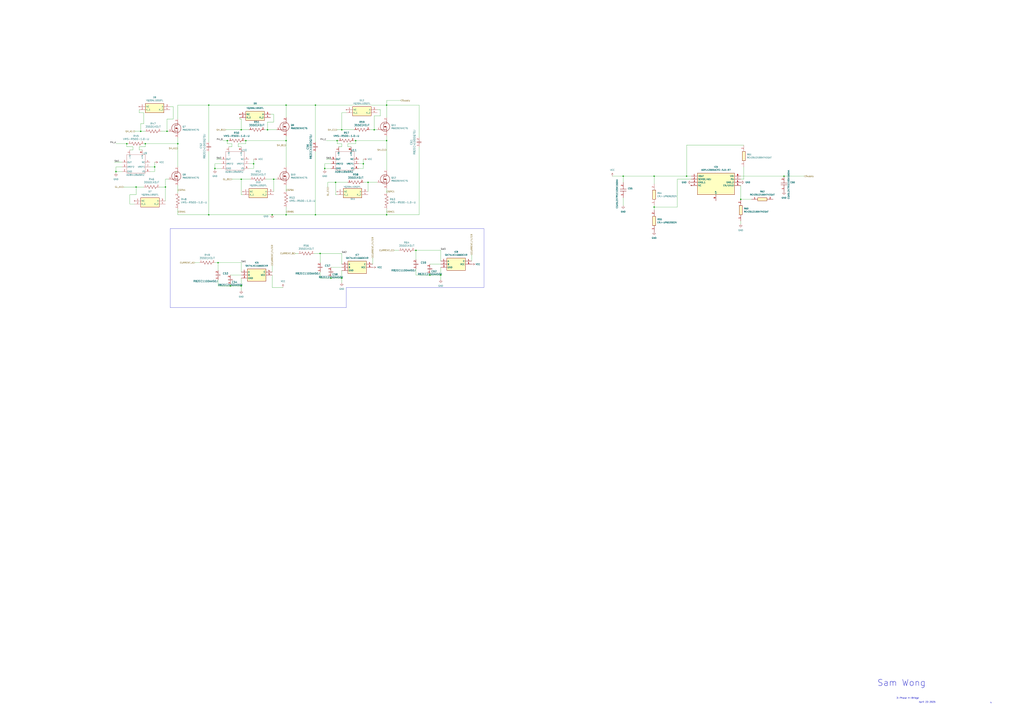
<source format=kicad_sch>
(kicad_sch (version 20250114) (generator "eeschema") (generator_version "9.0")
  (paper "A1")
  (lib_symbols
    (symbol "4xxx_IEEE:R6020ENXC7G" (pin_names (hide yes))
      (property "Reference" "Q" (at 11.43 3.81 0))
      (property "Value" "R6020ENXC7G" (at 11.43 1.27 0))
      (symbol "R6020ENXC7G_1_1"
        (pin passive line (at 0 0 0) (length 2.54) (name "G") (number "1"))
        (pin passive line (at 7.62 10.16 270) (length 2.54) (name "D") (number "2"))
        (pin passive line (at 7.62 -5.08 90) (length 2.54) (name "S") (number "3"))
      )
    )
    (symbol "4xxx_IEEE:R82EC4100DQ70J" (pin_names (offset 0.254))
      (property "Reference" "C" (at 3.81 3.81 0))
      (property "Value" "R82EC4100DQ70J" (at 3.81 -3.81 0))
      (symbol "R82EC4100DQ70J_1_1"
        (pin unspecified line (at 0 0 0) (length 2.54) (name "") (number "1"))
        (pin unspecified line (at 7.62 0 180) (length 2.54) (name "") (number "2"))
      )
      (symbol "R82EC4100DQ70J_1_2"
        (pin unspecified line (at 0 0 270) (length 2.54) (name "") (number "1"))
        (pin unspecified line (at 0 -7.62 90) (length 2.54) (name "") (number "2"))
      )
    )
    (symbol "AD8418WBRZ_1" (pin_names (offset 0.254))
      (property "Reference" "U1" (at 22.606 -1.524 0))
      (property "Value" "AD8418WBRZ" (at 14.732 -19.304 0))
      (symbol "AD8418WBRZ_1_1_1"
        (pin unspecified line (at 3.81 -8.89 0) (length 3.81) (name "OUT") (number "5"))
        (pin unspecified line (at 3.81 -12.7 0) (length 3.81) (name "VREF2") (number "3"))
        (pin unspecified line (at 3.81 -16.51 0) (length 3.81) (name "GND") (number "2"))
        (pin unspecified line (at 10.16 1.27 270) (length 3.81) (name "-IN") (number "1"))
        (pin unspecified line (at 20.32 1.27 270) (length 3.81) (name "+IN") (number "8"))
        (pin unspecified line (at 26.67 -8.89 180) (length 3.81) (name "NC") (number "4"))
        (pin unspecified line (at 26.67 -12.7 180) (length 3.81) (name "VREF1") (number "7"))
        (pin unspecified line (at 26.67 -16.51 180) (length 3.81) (name "VS") (number "6"))
      )
    )
    (symbol "AD8418WBRZ_2" (pin_names (offset 0.254))
      (property "Reference" "U2" (at 22.606 -1.524 0))
      (property "Value" "AD8418WBRZ" (at 14.732 -19.304 0))
      (symbol "AD8418WBRZ_2_1_1"
        (pin unspecified line (at 3.81 -8.89 0) (length 3.81) (name "OUT") (number "5"))
        (pin unspecified line (at 3.81 -12.7 0) (length 3.81) (name "VREF2") (number "3"))
        (pin unspecified line (at 3.81 -16.51 0) (length 3.81) (name "GND") (number "2"))
        (pin unspecified line (at 10.16 1.27 270) (length 3.81) (name "-IN") (number "1"))
        (pin unspecified line (at 20.32 1.27 270) (length 3.81) (name "+IN") (number "8"))
        (pin unspecified line (at 26.67 -8.89 180) (length 3.81) (name "NC") (number "4"))
        (pin unspecified line (at 26.67 -12.7 180) (length 3.81) (name "VREF1") (number "7"))
        (pin unspecified line (at 26.67 -16.51 180) (length 3.81) (name "VS") (number "6"))
      )
    )
    (symbol "R6020ENXC7G_1" (pin_names (hide yes))
      (property "Reference" "Q" (at 11.43 3.81 0))
      (property "Value" "R6020ENXC7G" (at 11.43 1.27 0))
      (symbol "R6020ENXC7G_1_1_1"
        (pin passive line (at 0 0 0) (length 2.54) (name "G") (number "1"))
        (pin passive line (at 7.62 10.16 270) (length 2.54) (name "D") (number "2"))
        (pin passive line (at 7.62 -5.08 90) (length 2.54) (name "S") (number "3"))
      )
    )
    (symbol "Syms:35501K0JT" (pin_names (offset 0.254))
      (property "Reference" "R" (at 5.715 3.81 0))
      (property "Value" "35501K0JT" (at 6.35 -3.81 0))
      (symbol "35501K0JT_1_1"
        (pin unspecified line (at 0 0 0) (length 2.54) (name "") (number "1"))
        (pin unspecified line (at 12.7 0 180) (length 2.54) (name "") (number "2"))
      )
      (symbol "35501K0JT_1_2"
        (pin unspecified line (at 0 12.7 270) (length 2.54) (name "") (number "1"))
        (pin unspecified line (at 0 0 90) (length 2.54) (name "") (number "2"))
      )
    )
    (symbol "Syms:AD8418WBRZ" (pin_names (offset 0.254))
      (property "Reference" "U3" (at 22.606 -1.524 0))
      (property "Value" "AD8418WBRZ" (at 14.732 -19.304 0))
      (symbol "AD8418WBRZ_1_1"
        (pin unspecified line (at 3.81 -8.89 0) (length 3.81) (name "OUT") (number "5"))
        (pin unspecified line (at 3.81 -12.7 0) (length 3.81) (name "VREF2") (number "3"))
        (pin unspecified line (at 3.81 -16.51 0) (length 3.81) (name "GND") (number "2"))
        (pin unspecified line (at 10.16 1.27 270) (length 3.81) (name "-IN") (number "1"))
        (pin unspecified line (at 20.32 1.27 270) (length 3.81) (name "+IN") (number "8"))
        (pin unspecified line (at 26.67 -8.89 180) (length 3.81) (name "NC") (number "4"))
        (pin unspecified line (at 26.67 -12.7 180) (length 3.81) (name "VREF1") (number "7"))
        (pin unspecified line (at 26.67 -16.51 180) (length 3.81) (name "VS") (number "6"))
      )
    )
    (symbol "Syms:ADPL42005ACPZ-5.0-R7"
      (property "Reference" "IC" (at 36.83 7.62 0))
      (property "Value" "ADPL42005ACPZ-5.0-R7" (at 36.83 5.08 0))
      (symbol "ADPL42005ACPZ-5.0-R7_1_1"
        (pin passive line (at 0 0 0) (length 5.08) (name "VOUT") (number "1"))
        (pin passive line (at 0 -2.54 0) (length 5.08) (name "SENSE/ADJ") (number "2"))
        (pin passive line (at 0 -5.08 0) (length 5.08) (name "GND_1") (number "3"))
        (pin no_connect line (at 0 -7.62 0) (length 5.08) (name "NC") (number "4"))
        (pin passive line (at 20.32 -20.32 90) (length 5.08) (name "EP") (number "9"))
        (pin passive line (at 40.64 0 180) (length 5.08) (name "VIN") (number "8"))
        (pin passive line (at 40.64 -2.54 180) (length 5.08) (name "PG") (number "7"))
        (pin passive line (at 40.64 -5.08 180) (length 5.08) (name "GND_2") (number "6"))
        (pin passive line (at 40.64 -7.62 180) (length 5.08) (name "EN/UVLO") (number "5"))
      )
    )
    (symbol "Syms:CGA5L2X7R1E105K160AA" (pin_names (hide yes))
      (property "Reference" "C" (at 8.89 6.35 0))
      (property "Value" "CGA5L2X7R1E105K160AA" (at 8.89 3.81 0))
      (symbol "CGA5L2X7R1E105K160AA_1_1"
        (pin passive line (at 0 0 0) (length 5.08) (name "1") (number "1"))
        (pin passive line (at 12.7 0 180) (length 5.08) (name "2") (number "2"))
      )
    )
    (symbol "Syms:ERJ-UP6D2002V" (pin_names (hide yes))
      (property "Reference" "R" (at 13.97 6.35 0))
      (property "Value" "ERJ-UP6D2002V" (at 13.97 3.81 0))
      (symbol "ERJ-UP6D2002V_1_1"
        (pin passive line (at 0 0 0) (length 5.08) (name "1") (number "1"))
        (pin passive line (at 17.78 0 180) (length 5.08) (name "2") (number "2"))
      )
    )
    (symbol "Syms:ERJ-UP6D6202V" (pin_names (hide yes))
      (property "Reference" "R" (at 13.97 6.35 0))
      (property "Value" "ERJ-UP6D6202V" (at 13.97 3.81 0))
      (symbol "ERJ-UP6D6202V_1_1"
        (pin passive line (at 0 0 0) (length 5.08) (name "1") (number "1"))
        (pin passive line (at 17.78 0 180) (length 5.08) (name "2") (number "2"))
      )
    )
    (symbol "Syms:R82EC1100AA50J" (pin_names (offset 0.254))
      (property "Reference" "C" (at 3.81 3.81 0))
      (property "Value" "R82EC1100AA50J" (at 3.81 -3.81 0))
      (symbol "R82EC1100AA50J_1_1"
        (pin unspecified line (at 0 0 0) (length 2.54) (name "") (number "1"))
        (pin unspecified line (at 7.62 0 180) (length 2.54) (name "") (number "2"))
      )
      (symbol "R82EC1100AA50J_1_2"
        (pin unspecified line (at 0 0 270) (length 2.54) (name "") (number "1"))
        (pin unspecified line (at 0 -7.62 90) (length 2.54) (name "") (number "2"))
      )
    )
    (symbol "Syms:R82EC2150AA50K" (pin_names (offset 0.254))
      (property "Reference" "C" (at 3.81 3.81 0))
      (property "Value" "R82EC2150AA50K" (at 3.81 -3.81 0))
      (symbol "R82EC2150AA50K_1_1"
        (pin unspecified line (at 0 0 0) (length 2.54) (name "") (number "1"))
        (pin unspecified line (at 7.62 0 180) (length 2.54) (name "") (number "2"))
      )
      (symbol "R82EC2150AA50K_1_2"
        (pin unspecified line (at 0 0 270) (length 2.54) (name "") (number "1"))
        (pin unspecified line (at 0 -7.62 90) (length 2.54) (name "") (number "2"))
      )
    )
    (symbol "Syms:RCV2512100KFKEGAT" (pin_names (hide yes))
      (property "Reference" "R" (at 13.97 6.35 0))
      (property "Value" "RCV2512100KFKEGAT" (at 13.97 3.81 0))
      (symbol "RCV2512100KFKEGAT_1_1"
        (pin passive line (at 0 0 0) (length 5.08) (name "1") (number "1"))
        (pin passive line (at 17.78 0 180) (length 5.08) (name "2") (number "2"))
      )
    )
    (symbol "Syms:SN74LVC1G66DCKR"
      (property "Reference" "IC" (at 21.59 7.62 0))
      (property "Value" "SN74LVC1G66DCKR" (at 21.59 5.08 0))
      (symbol "SN74LVC1G66DCKR_1_1"
        (pin passive line (at 0 0 0) (length 5.08) (name "A") (number "1"))
        (pin passive line (at 0 -2.54 0) (length 5.08) (name "B") (number "2"))
        (pin passive line (at 0 -5.08 0) (length 5.08) (name "GND") (number "3"))
        (pin passive line (at 25.4 0 180) (length 5.08) (name "C") (number "4"))
        (pin passive line (at 25.4 -2.54 180) (length 5.08) (name "VCC") (number "5"))
      )
    )
    (symbol "Syms:VMS-R500-1.0-U" (pin_names (offset 0.254))
      (property "Reference" "R" (at 5.715 3.81 0))
      (property "Value" "VMS-R500-1.0-U" (at 6.35 -3.81 0))
      (symbol "VMS-R500-1.0-U_1_1"
        (pin unspecified line (at 0 0 0) (length 2.54) (name "") (number "1"))
        (pin unspecified line (at 12.7 0 180) (length 2.54) (name "") (number "2"))
      )
      (symbol "VMS-R500-1.0-U_1_2"
        (pin unspecified line (at 0 12.7 270) (length 2.54) (name "") (number "1"))
        (pin unspecified line (at 0 0 90) (length 2.54) (name "") (number "2"))
      )
    )
    (symbol "Syms:YQ20NL10SDTL"
      (property "Reference" "D" (at 21.59 7.62 0))
      (property "Value" "YQ20NL10SDTL" (at 21.59 5.08 0))
      (symbol "YQ20NL10SDTL_1_1"
        (pin no_connect line (at 0 0 0) (length 5.08) (name "NC") (number "1"))
        (pin passive line (at 0 -2.54 0) (length 5.08) (name "K_1") (number "2"))
        (pin passive line (at 25.4 0 180) (length 5.08) (name "A") (number "3"))
        (pin passive line (at 25.4 -2.54 180) (length 5.08) (name "K_2") (number "4"))
      )
    )
    (symbol "power:GND" (power) (pin_numbers (hide yes)) (pin_names (offset 0) (hide yes))
      (property "Value" "GND" (at 0 -3.81 0))
      (symbol "GND_1_1"
        (pin power_in line (at 0 0 270) (length 0) (name "~") (number "1"))
      )
    )
    (symbol "power:VCC" (power) (pin_numbers (hide yes)) (pin_names (offset 0) (hide yes))
      (property "Value" "VCC" (at 0 3.556 0))
      (symbol "VCC_1_1"
        (pin power_in line (at 0 0 90) (length 0) (name "~") (number "1"))
      )
    )
  )
  (text "3-Phase H-Bridge\n" (at 745.49 573.786 0) (effects (font (size 1.27 1.27))))
  (text "April 23 2025\n" (at 761.492 577.088 0) (effects (font (size 1.27 1.27))))
  (text "4\n" (at 813.816 577.596 0) (effects (font (size 1.27 1.27))))
  (text "Sam Wong\n" (at 740.41 561.34 0) (effects (font (size 5.08 5.08) (thickness 0.254) (bold yes))))
  (junction (at 307.34 106.68))
  (junction (at 317.5 176.53))
  (junction (at 224.79 147.32))
  (junction (at 146.05 118.11))
  (junction (at 275.59 149.86))
  (junction (at 135.89 153.67))
  (junction (at 262.89 208.28))
  (junction (at 643.89 144.78))
  (junction (at 259.08 176.53))
  (junction (at 119.38 118.11))
  (junction (at 198.12 234.95))
  (junction (at 276.86 115.57))
  (junction (at 302.26 149.86))
  (junction (at 127 137.16))
  (junction (at 176.53 138.43))
  (junction (at 537.21 170.18))
  (junction (at 234.95 86.36))
  (junction (at 171.45 176.53))
  (junction (at 115.57 107.95))
  (junction (at 179.07 215.9))
  (junction (at 266.7 138.43))
  (junction (at 223.52 176.53))
  (junction (at 198.12 147.32))
  (junction (at 171.45 86.36))
  (junction (at 208.28 134.62))
  (junction (at 353.06 226.06))
  (junction (at 608.33 163.83))
  (junction (at 563.88 144.78))
  (junction (at 111.76 153.67))
  (junction (at 95.25 140.97))
  (junction (at 537.21 144.78))
  (junction (at 280.67 228.6))
  (junction (at 259.08 86.36))
  (junction (at 361.95 226.06))
  (junction (at 186.69 115.57))
  (junction (at 198.12 106.68))
  (junction (at 511.81 144.78))
  (junction (at 271.78 228.6))
  (junction (at 201.93 115.57))
  (junction (at 280.67 106.68))
  (junction (at 317.5 86.36))
  (junction (at 234.95 115.57))
  (junction (at 317.5 115.57))
  (junction (at 104.14 118.11))
  (junction (at 341.63 205.74))
  (junction (at 219.71 106.68))
  (junction (at 234.95 176.53))
  (junction (at 292.1 115.57))
  (junction (at 137.16 107.95))
  (junction (at 189.23 234.95))
  (junction (at 298.45 134.62))
  (wire (pts (xy 176.53 134.62) (xy 176.53 138.43)))
  (wire (pts (xy 190.5 147.32) (xy 198.12 147.32)))
  (wire (pts (xy 262.89 228.6) (xy 271.78 228.6)))
  (wire (pts (xy 224.79 100.33) (xy 219.71 100.33)))
  (wire (pts (xy 317.5 86.36) (xy 344.17 86.36)))
  (wire (pts (xy 309.88 90.17) (xy 312.42 90.17)))
  (wire (pts (xy 302.26 149.86) (xy 302.26 157.48)))
  (wire (pts (xy 341.63 226.06) (xy 341.63 220.98)))
  (wire (pts (xy 537.21 170.18) (xy 537.21 168.91)))
  (wire (pts (xy 146.05 86.36) (xy 171.45 86.36)))
  (wire (pts (xy 608.33 163.83) (xy 617.22 163.83)))
  (wire (pts (xy 217.17 106.68) (xy 219.71 106.68)))
  (wire (pts (xy 323.85 205.74) (xy 327.66 205.74)))
  (wire (pts (xy 271.78 228.6) (xy 280.67 228.6)))
  (wire (pts (xy 608.33 181.61) (xy 608.33 184.15)))
  (wire (pts (xy 280.67 118.11) (xy 276.86 118.11)))
  (wire (pts (xy 234.95 111.76) (xy 234.95 115.57)))
  (wire (pts (xy 142.24 97.79) (xy 137.16 97.79)))
  (wire (pts (xy 317.5 82.55) (xy 328.93 82.55)))
  (wire (pts (xy 181.61 134.62) (xy 176.53 134.62)))
  (wire (pts (xy 537.21 144.78) (xy 563.88 144.78)))
  (wire (pts (xy 224.79 147.32) (xy 227.33 147.32)))
  (wire (pts (xy 294.64 138.43) (xy 298.45 138.43)))
  (wire (pts (xy 186.69 118.11) (xy 186.69 115.57)))
  (wire (pts (xy 171.45 86.36) (xy 234.95 86.36)))
  (wire (pts (xy 176.53 215.9) (xy 179.07 215.9)))
  (wire (pts (xy 537.21 170.18) (xy 556.26 170.18)))
  (wire (pts (xy 132.08 107.95) (xy 137.16 107.95)))
  (wire (pts (xy 353.06 224.79) (xy 353.06 226.06)))
  (wire (pts (xy 275.59 149.86) (xy 285.75 149.86)))
  (wire (pts (xy 119.38 118.11) (xy 119.38 120.65)))
  (polyline (pts (xy 284.48 252.73) (xy 139.7 252.73)))
  (wire (pts (xy 189.23 226.06) (xy 198.12 226.06)))
  (wire (pts (xy 106.68 123.19) (xy 109.22 123.19)))
  (wire (pts (xy 114.3 120.65) (xy 119.38 120.65)))
  (wire (pts (xy 198.12 147.32) (xy 198.12 160.02)))
  (wire (pts (xy 223.52 236.22) (xy 232.41 236.22)))
  (wire (pts (xy 111.76 153.67) (xy 111.76 160.02)))
  (wire (pts (xy 95.25 137.16) (xy 95.25 140.97)))
  (wire (pts (xy 176.53 138.43) (xy 181.61 138.43)))
  (polyline (pts (xy 284.48 236.22) (xy 284.48 252.73)))
  (wire (pts (xy 100.33 137.16) (xy 95.25 137.16)))
  (wire (pts (xy 275.59 149.86) (xy 275.59 160.02)))
  (wire (pts (xy 201.93 115.57) (xy 201.93 118.11)))
  (wire (pts (xy 353.06 217.17) (xy 361.95 217.17)))
  (wire (pts (xy 556.26 147.32) (xy 556.26 170.18)))
  (wire (pts (xy 123.19 140.97) (xy 127 140.97)))
  (wire (pts (xy 219.71 106.68) (xy 227.33 106.68)))
  (wire (pts (xy 222.25 93.98) (xy 224.79 93.98)))
  (wire (pts (xy 146.05 176.53) (xy 171.45 176.53)))
  (wire (pts (xy 198.12 97.79) (xy 196.85 97.79)))
  (wire (pts (xy 353.06 226.06) (xy 361.95 226.06)))
  (wire (pts (xy 115.57 107.95) (xy 119.38 107.95)))
  (wire (pts (xy 160.02 215.9) (xy 163.83 215.9)))
  (wire (pts (xy 201.93 115.57) (xy 234.95 115.57)))
  (wire (pts (xy 280.67 228.6) (xy 280.67 222.25)))
  (wire (pts (xy 262.89 228.6) (xy 262.89 223.52)))
  (wire (pts (xy 127 133.35) (xy 127 137.16)))
  (wire (pts (xy 271.78 227.33) (xy 271.78 228.6)))
  (wire (pts (xy 171.45 86.36) (xy 171.45 116.84)))
  (wire (pts (xy 137.16 107.95) (xy 138.43 107.95)))
  (wire (pts (xy 563.88 119.38) (xy 563.88 144.78)))
  (wire (pts (xy 257.81 208.28) (xy 262.89 208.28)))
  (wire (pts (xy 285.75 118.11) (xy 285.75 120.65)))
  (wire (pts (xy 234.95 96.52) (xy 234.95 86.36)))
  (wire (pts (xy 135.89 153.67) (xy 135.89 165.1)))
  (wire (pts (xy 190.5 118.11) (xy 186.69 118.11)))
  (polyline (pts (xy 397.51 236.22) (xy 284.48 236.22)))
  (wire (pts (xy 93.98 133.35) (xy 100.33 133.35)))
  (wire (pts (xy 118.11 92.71) (xy 114.3 92.71)))
  (wire (pts (xy 344.17 120.65) (xy 344.17 176.53)))
  (wire (pts (xy 179.07 234.95) (xy 189.23 234.95)))
  (wire (pts (xy 95.25 118.11) (xy 104.14 118.11)))
  (wire (pts (xy 259.08 176.53) (xy 317.5 176.53)))
  (wire (pts (xy 567.69 147.32) (xy 556.26 147.32)))
  (wire (pts (xy 198.12 97.79) (xy 198.12 106.68)))
  (wire (pts (xy 276.86 106.68) (xy 280.67 106.68)))
  (wire (pts (xy 115.57 101.6) (xy 118.11 101.6)))
  (wire (pts (xy 643.89 144.78) (xy 660.4 144.78)))
  (wire (pts (xy 195.58 118.11) (xy 201.93 118.11)))
  (wire (pts (xy 285.75 118.11) (xy 292.1 118.11)))
  (wire (pts (xy 95.25 140.97) (xy 95.25 142.24)))
  (polyline (pts (xy 397.51 187.96) (xy 397.51 236.22)))
  (wire (pts (xy 109.22 120.65) (xy 104.14 120.65)))
  (wire (pts (xy 298.45 130.81) (xy 298.45 134.62)))
  (wire (pts (xy 101.6 153.67) (xy 111.76 153.67)))
  (wire (pts (xy 189.23 234.95) (xy 198.12 234.95)))
  (wire (pts (xy 135.89 153.67) (xy 135.89 147.32)))
  (wire (pts (xy 271.78 219.71) (xy 280.67 219.71)))
  (wire (pts (xy 292.1 118.11) (xy 292.1 115.57)))
  (wire (pts (xy 317.5 176.53) (xy 344.17 176.53)))
  (wire (pts (xy 341.63 226.06) (xy 353.06 226.06)))
  (wire (pts (xy 190.5 118.11) (xy 190.5 120.65)))
  (wire (pts (xy 106.68 160.02) (xy 106.68 167.64)))
  (wire (pts (xy 259.08 86.36) (xy 259.08 116.84)))
  (wire (pts (xy 267.97 130.81) (xy 271.78 130.81)))
  (wire (pts (xy 182.88 115.57) (xy 186.69 115.57)))
  (wire (pts (xy 218.44 147.32) (xy 224.79 147.32)))
  (wire (pts (xy 266.7 134.62) (xy 266.7 138.43)))
  (wire (pts (xy 234.95 115.57) (xy 234.95 137.16)))
  (wire (pts (xy 610.87 147.32) (xy 610.87 137.16)))
  (wire (pts (xy 317.5 111.76) (xy 317.5 115.57)))
  (wire (pts (xy 196.85 97.79) (xy 196.85 96.52)))
  (wire (pts (xy 118.11 118.11) (xy 119.38 118.11)))
  (wire (pts (xy 511.81 144.78) (xy 511.81 149.86)))
  (wire (pts (xy 234.95 176.53) (xy 259.08 176.53)))
  (wire (pts (xy 280.67 106.68) (xy 290.83 106.68)))
  (wire (pts (xy 537.21 170.18) (xy 537.21 172.72)))
  (wire (pts (xy 242.57 208.28) (xy 245.11 208.28)))
  (wire (pts (xy 344.17 86.36) (xy 344.17 113.03)))
  (wire (pts (xy 114.3 92.71) (xy 114.3 90.17)))
  (wire (pts (xy 146.05 152.4) (xy 146.05 158.75)))
  (wire (pts (xy 186.69 115.57) (xy 187.96 115.57)))
  (wire (pts (xy 341.63 205.74) (xy 341.63 213.36)))
  (wire (pts (xy 198.12 147.32) (xy 205.74 147.32)))
  (wire (pts (xy 292.1 115.57) (xy 317.5 115.57)))
  (wire (pts (xy 259.08 124.46) (xy 259.08 176.53)))
  (wire (pts (xy 306.07 212.09) (xy 306.07 217.17)))
  (wire (pts (xy 290.83 115.57) (xy 292.1 115.57)))
  (wire (pts (xy 266.7 138.43) (xy 271.78 138.43)))
  (polyline (pts (xy 139.7 187.96) (xy 397.51 187.96)))
  (wire (pts (xy 198.12 234.95) (xy 198.12 228.6)))
  (wire (pts (xy 208.28 138.43) (xy 208.28 134.62)))
  (wire (pts (xy 307.34 95.25) (xy 312.42 95.25)))
  (wire (pts (xy 280.67 118.11) (xy 280.67 120.65)))
  (wire (pts (xy 204.47 138.43) (xy 208.28 138.43)))
  (wire (pts (xy 317.5 86.36) (xy 317.5 82.55)))
  (wire (pts (xy 177.8 130.81) (xy 181.61 130.81)))
  (wire (pts (xy 224.79 147.32) (xy 224.79 157.48)))
  (wire (pts (xy 537.21 144.78) (xy 537.21 151.13)))
  (wire (pts (xy 123.19 137.16) (xy 127 137.16)))
  (wire (pts (xy 223.52 236.22) (xy 223.52 226.06)))
  (wire (pts (xy 195.58 118.11) (xy 195.58 120.65)))
  (wire (pts (xy 511.81 144.78) (xy 537.21 144.78)))
  (wire (pts (xy 198.12 215.9) (xy 198.12 223.52)))
  (wire (pts (xy 118.11 101.6) (xy 118.11 92.71)))
  (wire (pts (xy 280.67 208.28) (xy 280.67 217.17)))
  (wire (pts (xy 115.57 101.6) (xy 115.57 107.95)))
  (wire (pts (xy 187.96 120.65) (xy 190.5 120.65)))
  (wire (pts (xy 198.12 238.76) (xy 198.12 234.95)))
  (wire (pts (xy 114.3 120.65) (xy 114.3 123.19)))
  (wire (pts (xy 298.45 149.86) (xy 302.26 149.86)))
  (wire (pts (xy 198.12 106.68) (xy 204.47 106.68)))
  (wire (pts (xy 111.76 153.67) (xy 118.11 153.67)))
  (wire (pts (xy 317.5 171.45) (xy 317.5 176.53)))
  (wire (pts (xy 307.34 95.25) (xy 307.34 106.68)))
  (wire (pts (xy 104.14 118.11) (xy 105.41 118.11)))
  (polyline (pts (xy 139.7 187.96) (xy 139.7 252.73)))
  (wire (pts (xy 130.81 153.67) (xy 135.89 153.67)))
  (wire (pts (xy 179.07 234.95) (xy 179.07 229.87)))
  (wire (pts (xy 608.33 147.32) (xy 610.87 147.32)))
  (wire (pts (xy 104.14 120.65) (xy 104.14 118.11)))
  (wire (pts (xy 298.45 138.43) (xy 298.45 134.62)))
  (wire (pts (xy 266.7 138.43) (xy 266.7 139.7)))
  (wire (pts (xy 106.68 167.64) (xy 110.49 167.64)))
  (wire (pts (xy 146.05 171.45) (xy 146.05 176.53)))
  (wire (pts (xy 387.35 209.55) (xy 387.35 214.63)))
  (wire (pts (xy 146.05 97.79) (xy 146.05 86.36)))
  (wire (pts (xy 114.3 123.19) (xy 116.84 123.19)))
  (wire (pts (xy 502.92 144.78) (xy 511.81 144.78)))
  (wire (pts (xy 294.64 134.62) (xy 298.45 134.62)))
  (wire (pts (xy 317.5 86.36) (xy 317.5 96.52)))
  (wire (pts (xy 341.63 205.74) (xy 361.95 205.74)))
  (wire (pts (xy 119.38 118.11) (xy 146.05 118.11)))
  (wire (pts (xy 262.89 208.28) (xy 262.89 215.9)))
  (wire (pts (xy 109.22 120.65) (xy 109.22 123.19)))
  (wire (pts (xy 276.86 160.02) (xy 275.59 160.02)))
  (wire (pts (xy 139.7 87.63) (xy 142.24 87.63)))
  (wire (pts (xy 208.28 130.81) (xy 208.28 134.62)))
  (wire (pts (xy 608.33 144.78) (xy 643.89 144.78)))
  (wire (pts (xy 317.5 115.57) (xy 317.5 139.7)))
  (wire (pts (xy 223.52 176.53) (xy 234.95 176.53)))
  (wire (pts (xy 110.49 107.95) (xy 115.57 107.95)))
  (wire (pts (xy 269.24 149.86) (xy 275.59 149.86)))
  (wire (pts (xy 137.16 97.79) (xy 137.16 107.95)))
  (wire (pts (xy 171.45 176.53) (xy 223.52 176.53)))
  (wire (pts (xy 199.39 160.02) (xy 198.12 160.02)))
  (wire (pts (xy 262.89 208.28) (xy 280.67 208.28)))
  (wire (pts (xy 234.95 86.36) (xy 259.08 86.36)))
  (wire (pts (xy 111.76 160.02) (xy 106.68 160.02)))
  (wire (pts (xy 610.87 119.38) (xy 563.88 119.38)))
  (wire (pts (xy 361.95 229.87) (xy 361.95 226.06)))
  (wire (pts (xy 142.24 87.63) (xy 142.24 97.79)))
  (wire (pts (xy 608.33 152.4) (xy 608.33 163.83)))
  (wire (pts (xy 200.66 115.57) (xy 201.93 115.57)))
  (wire (pts (xy 234.95 152.4) (xy 234.95 157.48)))
  (wire (pts (xy 219.71 100.33) (xy 219.71 106.68)))
  (wire (pts (xy 179.07 215.9) (xy 198.12 215.9)))
  (wire (pts (xy 234.95 170.18) (xy 234.95 176.53)))
  (wire (pts (xy 511.81 162.56) (xy 511.81 168.91)))
  (wire (pts (xy 146.05 118.11) (xy 146.05 137.16)))
  (wire (pts (xy 312.42 95.25) (xy 312.42 90.17)))
  (wire (pts (xy 280.67 92.71) (xy 280.67 106.68)))
  (wire (pts (xy 259.08 86.36) (xy 317.5 86.36)))
  (wire (pts (xy 195.58 120.65) (xy 198.12 120.65)))
  (wire (pts (xy 204.47 134.62) (xy 208.28 134.62)))
  (wire (pts (xy 267.97 115.57) (xy 276.86 115.57)))
  (wire (pts (xy 135.89 147.32) (xy 138.43 147.32)))
  (wire (pts (xy 278.13 120.65) (xy 280.67 120.65)))
  (wire (pts (xy 171.45 124.46) (xy 171.45 176.53)))
  (wire (pts (xy 224.79 93.98) (xy 224.79 100.33)))
  (wire (pts (xy 317.5 154.94) (xy 317.5 158.75)))
  (wire (pts (xy 280.67 92.71) (xy 284.48 92.71)))
  (wire (pts (xy 276.86 115.57) (xy 278.13 115.57)))
  (wire (pts (xy 361.95 205.74) (xy 361.95 214.63)))
  (wire (pts (xy 185.42 106.68) (xy 198.12 106.68)))
  (wire (pts (xy 285.75 120.65) (xy 288.29 120.65)))
  (wire (pts (xy 280.67 232.41) (xy 280.67 228.6)))
  (wire (pts (xy 302.26 149.86) (xy 309.88 149.86)))
  (wire (pts (xy 563.88 144.78) (xy 567.69 144.78)))
  (wire (pts (xy 303.53 106.68) (xy 307.34 106.68)))
  (wire (pts (xy 127 140.97) (xy 127 137.16)))
  (wire (pts (xy 276.86 115.57) (xy 276.86 118.11)))
  (wire (pts (xy 146.05 113.03) (xy 146.05 118.11)))
  (wire (pts (xy 179.07 215.9) (xy 179.07 222.25)))
  (wire (pts (xy 269.24 149.86) (xy 269.24 153.67)))
  (wire (pts (xy 95.25 140.97) (xy 100.33 140.97)))
  (wire (pts (xy 340.36 205.74) (xy 341.63 205.74)))
  (wire (pts (xy 223.52 218.44) (xy 223.52 223.52)))
  (wire (pts (xy 176.53 138.43) (xy 176.53 139.7)))
  (wire (pts (xy 307.34 106.68) (xy 309.88 106.68)))
  (wire (pts (xy 361.95 226.06) (xy 361.95 219.71)))
  (wire (pts (xy 189.23 233.68) (xy 189.23 234.95)))
  (wire (pts (xy 271.78 134.62) (xy 266.7 134.62)))
  (label "PH_A" (at 95.25 118.11 180))
  (label "SW1" (at 198.12 215.9 0))
  (label "SW3" (at 267.97 130.81 0))
  (label "SW2" (at 280.67 208.28 0))
  (label "SW3" (at 361.95 205.74 0))
  (label "PH_B" (at 182.88 115.57 180))
  (label "SW2" (at 177.8 130.81 0))
  (label "SW1" (at 93.98 133.35 0))
  (label "PH_C" (at 267.97 115.57 180))
  (hierarchical_label "CURRENT_C" (shape input) (at 323.85 205.74 180))
  (hierarchical_label "SNA1" (shape input) (at 146.05 173.99 0))
  (hierarchical_label "SH_C1" (shape input) (at 317.5 123.19 180))
  (hierarchical_label "Supply" (shape input) (at 660.4 144.78 0))
  (hierarchical_label "SPA1" (shape input) (at 146.05 156.21 0))
  (hierarchical_label "GL_B1" (shape input) (at 190.5 147.32 180))
  (hierarchical_label "SPC1" (shape input) (at 317.5 157.48 0))
  (hierarchical_label "SH_A1" (shape input) (at 146.05 121.92 180))
  (hierarchical_label "CURRENT_FILTER" (shape input) (at 306.07 212.09 90))
  (hierarchical_label "SH_B1" (shape input) (at 234.95 119.38 180))
  (hierarchical_label "GL_C1" (shape input) (at 269.24 153.67 270))
  (hierarchical_label "SNB1" (shape input) (at 234.95 173.99 0))
  (hierarchical_label "SNC1" (shape input) (at 317.5 173.99 0))
  (hierarchical_label "CURRENT_FILTER" (shape input) (at 387.35 209.55 90))
  (hierarchical_label "CURRENT_FILTER" (shape input) (at 223.52 218.44 90))
  (hierarchical_label "GH_B1" (shape input) (at 185.42 106.68 180))
  (hierarchical_label "Supply" (shape input) (at 328.93 82.55 0))
  (hierarchical_label "GH_A1" (shape output) (at 110.49 107.95 180))
  (hierarchical_label "CURRENT_B" (shape input) (at 242.57 208.28 180))
  (hierarchical_label "SPB1" (shape input) (at 234.95 156.21 0))
  (hierarchical_label "GH_C1" (shape input) (at 276.86 106.68 180))
  (hierarchical_label "GL_A1" (shape input) (at 101.6 153.67 180))
  (hierarchical_label "CURRENT_A" (shape input) (at 160.02 215.9 180))
  (symbol (lib_id "Syms:RCV2512100KFKEGAT") (at 608.33 181.61 90) (unit 1)
    (property "Reference" "R23" (at 610.87 171.4499 90) (effects (justify right)))
    (property "Value" "RCV2512100KFKEGAT" (at 610.87 173.9899 90) (effects (justify right)))
    (property "Footprint" "RESC6332X70N" (effects (hide yes)))
    (property "Datasheet" "https://www.vishay.com/docs/20082/rcvat-e3.pdf" (effects (hide yes)))
    (property "Description" "100 kOhms +/-1% 1W Chip Resistor 2512 (6432 Metric) Automotive AEC-Q200, High Voltage Thick Film" (effects (hide yes)))
    (property "Height" "0.7" (effects (hide yes)))
    (property "Mouser Part Number" "71-RCV2512100KFKEGAT" (effects (hide yes)))
    (property "Mouser Price/Stock" "https://www.mouser.co.uk/ProductDetail/Vishay-Draloric/RCV2512100KFKEGAT?qs=DRkmTr78QATSFL7tjoIc2A%3D%3D" (effects (hide yes)))
    (property "Manufacturer_Name" "Vishay" (effects (hide yes)))
    (property "Manufacturer_Part_Number" "RCV2512100KFKEGAT" (effects (hide yes)))
    (instances (project "ATV Motor Driver v1" (path "" (reference "R60") (unit 1)) (path "" (reference "R23") (unit 1)) (path "" (reference "R100") (unit 1)) (path "" (reference "R80") (unit 1))))
  )
  (symbol (lib_id "Syms:35501K0JT") (at 204.47 106.68 0) (unit 1)
    (property "Reference" "R10" (at 210.82 100.33 0) (effects (font (size 1.524 1.524))))
    (property "Value" "35501K0JT" (at 210.82 102.87 0) (effects (font (size 1.524 1.524))))
    (property "Footprint" "RES_3550_TEC" (effects (hide yes)))
    (property "Datasheet" "35501K0JT" (effects (hide yes)))
    (instances (project "ATV Motor Driver v1" (path "" (reference "R51") (unit 1)) (path "" (reference "R10") (unit 1)) (path "" (reference "R91") (unit 1)) (path "" (reference "R71") (unit 1))))
  )
  (symbol (lib_id "power:GND") (at 280.67 232.41 0) (unit 1)
    (property "Reference" "#PWR010" (effects (hide yes)))
    (property "Value" "GND" (at 280.67 237.49 0))
    (property "Description" "Power symbol creates a global label with name \"GND\" , ground" (effects (hide yes)))
    (instances (project "ATV Motor Driver v1" (path "" (reference "#PWR089") (unit 1)) (path "" (reference "#PWR010") (unit 1)) (path "" (reference "#PWR0129") (unit 1)) (path "" (reference "#PWR0109") (unit 1))))
  )
  (symbol (lib_id "power:VCC") (at 502.92 144.78 0) (unit 1)
    (property "Reference" "#PWR033" (effects (hide yes)))
    (property "Value" "VCC" (at 502.92 139.7 0))
    (property "Description" "Power symbol creates a global label with name \"VCC\"" (effects (hide yes)))
    (instances (project "ATV Motor Driver v1" (path "" (reference "#PWR081") (unit 1)) (path "" (reference "#PWR033") (unit 1)) (path "" (reference "#PWR0121") (unit 1)) (path "" (reference "#PWR0101") (unit 1))))
  )
  (symbol (lib_id "Syms:VMS-R500-1.0-U") (at 234.95 170.18 90) (unit 1)
    (property "Reference" "R13" (at 237.49 162.5599 90) (effects (font (size 1.524 1.524)) (justify right)))
    (property "Value" "VMS-R500-1.0-U" (at 237.49 165.0999 90) (effects (font (size 1.524 1.524)) (justify right)))
    (property "Footprint" "RES_VMS-R500-1.0-U_IAT" (effects (hide yes)))
    (property "Datasheet" "VMS-R500-1.0-U" (effects (hide yes)))
    (instances (project "ATV Motor Driver v1" (path "" (reference "R53") (unit 1)) (path "" (reference "R13") (unit 1)) (path "" (reference "R93") (unit 1)) (path "" (reference "R73") (unit 1))))
  )
  (symbol (lib_id "4xxx_IEEE:R82EC4100DQ70J") (at 171.45 124.46 270) (mirror x) (unit 1)
    (property "Reference" "C11" (at 165.1 122.174 0) (effects (font (size 1.524 1.524)) (justify left)))
    (property "Value" "R82EC4100DQ70J" (at 167.894 130.556 0) (effects (font (size 1.524 1.524)) (justify left)))
    (property "Footprint" "CAP_R82E-7P5X6P1-5P0_KEM" (effects (hide yes)))
    (property "Datasheet" "R82EC4100DQ70J" (effects (hide yes)))
    (instances (project "ATV Motor Driver v1" (path "" (reference "C52") (unit 1)) (path "" (reference "C11") (unit 1)) (path "" (reference "C74") (unit 1)) (path "" (reference "C63") (unit 1))))
  )
  (symbol (lib_id "power:VCC") (at 387.35 217.17 270) (unit 1)
    (property "Reference" "#PWR024" (effects (hide yes)))
    (property "Value" "VCC" (at 390.5322 217.1699 90) (effects (justify left)))
    (property "Description" "Power symbol creates a global label with name \"VCC\"" (effects (hide yes)))
    (instances (project "ATV Motor Driver v1" (path "" (reference "#PWR096") (unit 1)) (path "" (reference "#PWR024") (unit 1)) (path "" (reference "#PWR0136") (unit 1)) (path "" (reference "#PWR0116") (unit 1))))
  )
  (symbol (lib_id "Syms:YQ20NL10SDTL") (at 110.49 165.1 0) (unit 1)
    (property "Reference" "D1" (at 123.19 157.48 0))
    (property "Value" "YQ20NL10SDTL" (at 123.19 160.02 0))
    (property "Footprint" "YQ30NL10SEFHTL" (effects (hide yes)))
    (property "Datasheet" "https://fscdn.rohm.com/en/products/databook/datasheet/discrete/diode/schottky_barrier/yq20nl10sdtl-e.pdf" (effects (hide yes)))
    (property "Description" "Schottky Diodes & Rectifiers SKY DIODE      100V, 20A, LPDL" (effects (hide yes)))
    (property "Height" "4.7" (effects (hide yes)))
    (property "Mouser Part Number" "755-YQ20NL10SDTL" (effects (hide yes)))
    (property "Mouser Price/Stock" "https://www.mouser.co.uk/ProductDetail/ROHM-Semiconductor/YQ20NL10SDTL?qs=Z%252BL2brAPG1KfkO9awuyMLg%3D%3D" (effects (hide yes)))
    (property "Manufacturer_Name" "ROHM Semiconductor" (effects (hide yes)))
    (property "Manufacturer_Part_Number" "YQ20NL10SDTL" (effects (hide yes)))
    (instances (project "ATV Motor Driver v1" (path "" (reference "D7") (unit 1)) (path "" (reference "D1") (unit 1)) (path "" (reference "D19") (unit 1)) (path "" (reference "D13") (unit 1))))
  )
  (symbol (lib_id "power:VCC") (at 298.45 130.81 270) (unit 1)
    (property "Reference" "#PWR023" (effects (hide yes)))
    (property "Value" "VCC" (at 301.7975 130.8099 90) (effects (justify left)))
    (property "Description" "Power symbol creates a global label with name \"VCC\"" (effects (hide yes)))
    (instances (project "ATV Motor Driver v1" (path "" (reference "#PWR090") (unit 1)) (path "" (reference "#PWR023") (unit 1)) (path "" (reference "#PWR0130") (unit 1)) (path "" (reference "#PWR0110") (unit 1))))
  )
  (symbol (lib_id "4xxx_IEEE:R6020ENXC7G") (at 309.88 106.68 0) (unit 1)
    (property "Reference" "Q5" (at 321.31 102.8699 0) (effects (justify left)))
    (property "Value" "R6020ENXC7G" (at 321.31 105.4099 0) (effects (justify left)))
    (property "Footprint" "TO254P500X1010X2050-3P" (effects (hide yes)))
    (property "Datasheet" "https://fscdn.rohm.com//en/products/databook/datasheet/discrete/transistor/mosfet/r6020enx-e.pdf" (effects (hide yes)))
    (property "Description" "600V 20A TO-220FM, Low-noise Power MOSFET" (effects (hide yes)))
    (property "Height" "5" (effects (hide yes)))
    (property "Mouser Part Number" "755-R6020ENXC7G" (effects (hide yes)))
    (property "Mouser Price/Stock" "https://www.mouser.co.uk/ProductDetail/ROHM-Semiconductor/R6020ENXC7G?qs=A6eO%252BMLsxmRfA7pcs2uxMg%3D%3D" (effects (hide yes)))
    (property "Manufacturer_Name" "ROHM Semiconductor" (effects (hide yes)))
    (property "Manufacturer_Part_Number" "R6020ENXC7G" (effects (hide yes)))
    (instances (project "ATV Motor Driver v1" (path "" (reference "Q11") (unit 1)) (path "" (reference "Q5") (unit 1)) (path "" (reference "Q23") (unit 1)) (path "" (reference "Q17") (unit 1))))
  )
  (symbol (lib_id "power:VCC") (at 306.07 219.71 270) (unit 1)
    (property "Reference" "#PWR025" (effects (hide yes)))
    (property "Value" "VCC" (at 309.88 219.7099 90) (effects (justify left)))
    (property "Description" "Power symbol creates a global label with name \"VCC\"" (effects (hide yes)))
    (instances (project "ATV Motor Driver v1" (path "" (reference "#PWR091") (unit 1)) (path "" (reference "#PWR025") (unit 1)) (path "" (reference "#PWR0131") (unit 1)) (path "" (reference "#PWR0111") (unit 1))))
  )
  (symbol (lib_id "Syms:SN74LVC1G66DCKR") (at 198.12 223.52 0) (unit 1)
    (property "Reference" "IC1" (at 210.82 215.9 0))
    (property "Value" "SN74LVC1G66DCKR" (at 210.82 218.44 0))
    (property "Footprint" "SOT65P210X110-5N" (effects (hide yes)))
    (property "Datasheet" "http://www.ti.com/lit/gpn/sn74lvc1g66" (effects (hide yes)))
    (property "Description" "SINGLE BILATERAL ANALOG SWITCH" (effects (hide yes)))
    (property "Height" "1.1" (effects (hide yes)))
    (property "Mouser Part Number" "595-SN74LVC1G66DCKR" (effects (hide yes)))
    (property "Mouser Price/Stock" "https://www.mouser.co.uk/ProductDetail/Texas-Instruments/SN74LVC1G66DCKR?qs=tJ5HNKWh3OVluwSjhZG%252BIw%3D%3D" (effects (hide yes)))
    (property "Manufacturer_Name" "Texas Instruments" (effects (hide yes)))
    (property "Manufacturer_Part_Number" "SN74LVC1G66DCKR" (effects (hide yes)))
    (instances (project "ATV Motor Driver v1" (path "" (reference "IC5") (unit 1)) (path "" (reference "IC1") (unit 1)) (path "" (reference "IC13") (unit 1)) (path "" (reference "IC9") (unit 1))))
  )
  (symbol (lib_id "Syms:VMS-R500-1.0-U") (at 278.13 115.57 0) (unit 1)
    (property "Reference" "R18" (at 284.48 109.22 0) (effects (font (size 1.524 1.524))))
    (property "Value" "VMS-R500-1.0-U" (at 284.48 111.76 0) (effects (font (size 1.524 1.524))))
    (property "Footprint" "RES_VMS-R500-1.0-U_IAT" (effects (hide yes)))
    (property "Datasheet" "VMS-R500-1.0-U" (effects (hide yes)))
    (instances (project "ATV Motor Driver v1" (path "" (reference "R57") (unit 1)) (path "" (reference "R18") (unit 1)) (path "" (reference "R97") (unit 1)) (path "" (reference "R77") (unit 1))))
  )
  (symbol (lib_id "Syms:YQ20NL10SDTL") (at 199.39 157.48 0) (unit 1)
    (property "Reference" "D4" (at 212.09 149.86 0))
    (property "Value" "YQ20NL10SDTL" (at 212.09 152.4 0))
    (property "Footprint" "YQ30NL10SEFHTL" (effects (hide yes)))
    (property "Datasheet" "https://fscdn.rohm.com/en/products/databook/datasheet/discrete/diode/schottky_barrier/yq20nl10sdtl-e.pdf" (effects (hide yes)))
    (property "Description" "Schottky Diodes & Rectifiers SKY DIODE      100V, 20A, LPDL" (effects (hide yes)))
    (property "Height" "4.7" (effects (hide yes)))
    (property "Mouser Part Number" "755-YQ20NL10SDTL" (effects (hide yes)))
    (property "Mouser Price/Stock" "https://www.mouser.co.uk/ProductDetail/ROHM-Semiconductor/YQ20NL10SDTL?qs=Z%252BL2brAPG1KfkO9awuyMLg%3D%3D" (effects (hide yes)))
    (property "Manufacturer_Name" "ROHM Semiconductor" (effects (hide yes)))
    (property "Manufacturer_Part_Number" "YQ20NL10SDTL" (effects (hide yes)))
    (instances (project "ATV Motor Driver v1" (path "" (reference "D10") (unit 1)) (path "" (reference "D4") (unit 1)) (path "" (reference "D22") (unit 1)) (path "" (reference "D16") (unit 1))))
  )
  (symbol (lib_name "AD8418WBRZ_2") (lib_id "Syms:AD8418WBRZ") (at 177.8 121.92 0) (unit 1)
    (property "Reference" "U2" (at 200.406 123.444 0) (effects (font (size 1.524 1.524))))
    (property "Value" "AD8418WBRZ" (at 192.532 141.224 0) (effects (font (size 1.524 1.524))))
    (property "Footprint" "R_8_ADI" (effects (hide yes)))
    (property "Datasheet" "AD8418WBRZ" (effects (hide yes)))
    (instances (project "ATV Motor Driver v1" (path "" (reference "U10") (unit 1)) (path "" (reference "U2") (unit 1)) (path "" (reference "U16") (unit 1)) (path "" (reference "U13") (unit 1))))
  )
  (symbol (lib_id "Syms:VMS-R500-1.0-U") (at 146.05 171.45 90) (unit 1)
    (property "Reference" "R5" (at 148.59 163.8299 90) (effects (font (size 1.524 1.524)) (justify right)))
    (property "Value" "VMS-R500-1.0-U" (at 148.59 166.3699 90) (effects (font (size 1.524 1.524)) (justify right)))
    (property "Footprint" "RES_VMS-R500-1.0-U_IAT" (effects (hide yes)))
    (property "Datasheet" "VMS-R500-1.0-U" (effects (hide yes)))
    (instances (project "ATV Motor Driver v1" (path "" (reference "R48") (unit 1)) (path "" (reference "R5") (unit 1)) (path "" (reference "R88") (unit 1)) (path "" (reference "R68") (unit 1))))
  )
  (symbol (lib_id "Syms:ERJ-UP6D6202V") (at 537.21 168.91 90) (unit 1)
    (property "Reference" "R22" (at 539.75 158.7499 90) (effects (justify right)))
    (property "Value" "ERJ-UP6D6202V" (at 539.75 161.2899 90) (effects (justify right)))
    (property "Footprint" "ERJUP6" (effects (hide yes)))
    (property "Datasheet" "https://industrial.panasonic.com/cdbs/www-data/pdf/RDP0000/AOA0000C337.pdf" (effects (hide yes)))
    (property "Description" "Anti-Sulfurated Thick Film Chip Resistors/ Anti-Surge Type, Power Rating (W): 0.5, Chip Size (LxW(EIA)) (mm): 2.0 x 1.25 (EIA:0805), Resistance Values (?): 62000, Resistance Tolerance (%): 0.5, T.C.R (?102/K): ?100" (effects (hide yes)))
    (property "Height" "0.7" (effects (hide yes)))
    (property "Manufacturer_Name" "Panasonic" (effects (hide yes)))
    (property "Manufacturer_Part_Number" "ERJ-UP6D6202V" (effects (hide yes)))
    (instances (project "ATV Motor Driver v1" (path "" (reference "R54") (unit 1)) (path "" (reference "R22") (unit 1)) (path "" (reference "R94") (unit 1)) (path "" (reference "R74") (unit 1))))
  )
  (symbol (lib_id "Syms:R82EC2150AA50K") (at 271.78 227.33 90) (unit 1)
    (property "Reference" "C13" (at 272.796 225.552 90) (effects (font (size 1.524 1.524)) (justify right)))
    (property "Value" "R82EC2150AA50K" (at 261.62 227.838 90) (effects (font (size 1.524 1.524)) (justify right)))
    (property "Footprint" "CAP_R82E-7P4X2P6-5P0_KEM" (effects (hide yes)))
    (property "Datasheet" "R82EC2150AA50K" (effects (hide yes)))
    (instances (project "ATV Motor Driver v1" (path "" (reference "C58") (unit 1)) (path "" (reference "C13") (unit 1)) (path "" (reference "C80") (unit 1)) (path "" (reference "C69") (unit 1))))
  )
  (symbol (lib_id "power:GND") (at 511.81 168.91 0) (unit 1)
    (property "Reference" "#PWR029" (effects (hide yes)))
    (property "Value" "GND" (at 511.81 173.99 0))
    (property "Description" "Power symbol creates a global label with name \"GND\" , ground" (effects (hide yes)))
    (instances (project "ATV Motor Driver v1" (path "" (reference "#PWR083") (unit 1)) (path "" (reference "#PWR029") (unit 1)) (path "" (reference "#PWR0123") (unit 1)) (path "" (reference "#PWR0103") (unit 1))))
  )
  (symbol (lib_id "Syms:VMS-R500-1.0-U") (at 187.96 115.57 0) (unit 1)
    (property "Reference" "R8" (at 194.31 109.22 0) (effects (font (size 1.524 1.524))))
    (property "Value" "VMS-R500-1.0-U" (at 194.31 111.76 0) (effects (font (size 1.524 1.524))))
    (property "Footprint" "RES_VMS-R500-1.0-U_IAT" (effects (hide yes)))
    (property "Datasheet" "VMS-R500-1.0-U" (effects (hide yes)))
    (instances (project "ATV Motor Driver v1" (path "" (reference "R50") (unit 1)) (path "" (reference "R8") (unit 1)) (path "" (reference "R90") (unit 1)) (path "" (reference "R70") (unit 1))))
  )
  (symbol (lib_id "power:GND") (at 608.33 184.15 0) (unit 1)
    (property "Reference" "#PWR031" (effects (hide yes)))
    (property "Value" "GND" (at 608.33 189.23 0))
    (property "Description" "Power symbol creates a global label with name \"GND\" , ground" (effects (hide yes)))
    (instances (project "ATV Motor Driver v1" (path "" (reference "#PWR093") (unit 1)) (path "" (reference "#PWR031") (unit 1)) (path "" (reference "#PWR0133") (unit 1)) (path "" (reference "#PWR0113") (unit 1))))
  )
  (symbol (lib_id "Syms:RCV2512100KFKEGAT") (at 610.87 137.16 90) (unit 1)
    (property "Reference" "R24" (at 613.41 126.9999 90) (effects (justify right)))
    (property "Value" "RCV2512100KFKEGAT" (at 613.41 129.5399 90) (effects (justify right)))
    (property "Footprint" "RESC6332X70N" (effects (hide yes)))
    (property "Datasheet" "https://www.vishay.com/docs/20082/rcvat-e3.pdf" (effects (hide yes)))
    (property "Description" "100 kOhms +/-1% 1W Chip Resistor 2512 (6432 Metric) Automotive AEC-Q200, High Voltage Thick Film" (effects (hide yes)))
    (property "Height" "0.7" (effects (hide yes)))
    (property "Mouser Part Number" "71-RCV2512100KFKEGAT" (effects (hide yes)))
    (property "Mouser Price/Stock" "https://www.mouser.co.uk/ProductDetail/Vishay-Draloric/RCV2512100KFKEGAT?qs=DRkmTr78QATSFL7tjoIc2A%3D%3D" (effects (hide yes)))
    (property "Manufacturer_Name" "Vishay" (effects (hide yes)))
    (property "Manufacturer_Part_Number" "RCV2512100KFKEGAT" (effects (hide yes)))
    (instances (project "ATV Motor Driver v1" (path "" (reference "R61") (unit 1)) (path "" (reference "R24") (unit 1)) (path "" (reference "R101") (unit 1)) (path "" (reference "R81") (unit 1))))
  )
  (symbol (lib_id "Syms:VMS-R500-1.0-U") (at 317.5 171.45 90) (unit 1)
    (property "Reference" "R21" (at 320.04 163.8299 90) (effects (font (size 1.524 1.524)) (justify right)))
    (property "Value" "VMS-R500-1.0-U" (at 320.04 166.3699 90) (effects (font (size 1.524 1.524)) (justify right)))
    (property "Footprint" "RES_VMS-R500-1.0-U_IAT" (effects (hide yes)))
    (property "Datasheet" "VMS-R500-1.0-U" (effects (hide yes)))
    (instances (project "ATV Motor Driver v1" (path "" (reference "R63") (unit 1)) (path "" (reference "R21") (unit 1)) (path "" (reference "R103") (unit 1)) (path "" (reference "R83") (unit 1))))
  )
  (symbol (lib_id "4xxx_IEEE:R6020ENXC7G") (at 227.33 147.32 0) (unit 1)
    (property "Reference" "Q4" (at 238.76 143.5099 0) (effects (justify left)))
    (property "Value" "R6020ENXC7G" (at 238.76 146.0499 0) (effects (justify left)))
    (property "Footprint" "TO254P500X1010X2050-3P" (effects (hide yes)))
    (property "Datasheet" "https://fscdn.rohm.com//en/products/databook/datasheet/discrete/transistor/mosfet/r6020enx-e.pdf" (effects (hide yes)))
    (property "Description" "600V 20A TO-220FM, Low-noise Power MOSFET" (effects (hide yes)))
    (property "Height" "5" (effects (hide yes)))
    (property "Mouser Part Number" "755-R6020ENXC7G" (effects (hide yes)))
    (property "Mouser Price/Stock" "https://www.mouser.co.uk/ProductDetail/ROHM-Semiconductor/R6020ENXC7G?qs=A6eO%252BMLsxmRfA7pcs2uxMg%3D%3D" (effects (hide yes)))
    (property "Manufacturer_Name" "ROHM Semiconductor" (effects (hide yes)))
    (property "Manufacturer_Part_Number" "R6020ENXC7G" (effects (hide yes)))
    (instances (project "ATV Motor Driver v1" (path "" (reference "Q10") (unit 1)) (path "" (reference "Q4") (unit 1)) (path "" (reference "Q22") (unit 1)) (path "" (reference "Q16") (unit 1))))
  )
  (symbol (lib_id "power:GND") (at 176.53 139.7 0) (unit 1)
    (property "Reference" "#PWR07" (effects (hide yes)))
    (property "Value" "GND" (at 176.53 144.78 0))
    (property "Description" "Power symbol creates a global label with name \"GND\" , ground" (effects (hide yes)))
    (instances (project "ATV Motor Driver v1" (path "" (reference "#PWR079") (unit 1)) (path "" (reference "#PWR07") (unit 1)) (path "" (reference "#PWR0119") (unit 1)) (path "" (reference "#PWR099") (unit 1))))
  )
  (symbol (lib_id "Syms:SN74LVC1G66DCKR") (at 361.95 214.63 0) (unit 1)
    (property "Reference" "IC3" (at 374.65 207.01 0))
    (property "Value" "SN74LVC1G66DCKR" (at 374.65 209.55 0))
    (property "Footprint" "SOT65P210X110-5N" (effects (hide yes)))
    (property "Datasheet" "http://www.ti.com/lit/gpn/sn74lvc1g66" (effects (hide yes)))
    (property "Description" "SINGLE BILATERAL ANALOG SWITCH" (effects (hide yes)))
    (property "Height" "1.1" (effects (hide yes)))
    (property "Mouser Part Number" "595-SN74LVC1G66DCKR" (effects (hide yes)))
    (property "Mouser Price/Stock" "https://www.mouser.co.uk/ProductDetail/Texas-Instruments/SN74LVC1G66DCKR?qs=tJ5HNKWh3OVluwSjhZG%252BIw%3D%3D" (effects (hide yes)))
    (property "Manufacturer_Name" "Texas Instruments" (effects (hide yes)))
    (property "Manufacturer_Part_Number" "SN74LVC1G66DCKR" (effects (hide yes)))
    (instances (project "ATV Motor Driver v1" (path "" (reference "IC8") (unit 1)) (path "" (reference "IC3") (unit 1)) (path "" (reference "IC16") (unit 1)) (path "" (reference "IC12") (unit 1))))
  )
  (symbol (lib_id "power:GND") (at 537.21 190.5 0) (unit 1)
    (property "Reference" "#PWR032" (effects (hide yes)))
    (property "Value" "GND" (at 537.21 195.58 0))
    (property "Description" "Power symbol creates a global label with name \"GND\" , ground" (effects (hide yes)))
    (instances (project "ATV Motor Driver v1" (path "" (reference "#PWR086") (unit 1)) (path "" (reference "#PWR032") (unit 1)) (path "" (reference "#PWR0126") (unit 1)) (path "" (reference "#PWR0106") (unit 1))))
  )
  (symbol (lib_id "Syms:35501K0JT") (at 290.83 106.68 0) (unit 1)
    (property "Reference" "R20" (at 297.18 100.33 0) (effects (font (size 1.524 1.524))))
    (property "Value" "35501K0JT" (at 297.18 102.87 0) (effects (font (size 1.524 1.524))))
    (property "Footprint" "RES_3550_TEC" (effects (hide yes)))
    (property "Datasheet" "35501K0JT" (effects (hide yes)))
    (instances (project "ATV Motor Driver v1" (path "" (reference "R59") (unit 1)) (path "" (reference "R20") (unit 1)) (path "" (reference "R99") (unit 1)) (path "" (reference "R79") (unit 1))))
  )
  (symbol (lib_id "Syms:YQ20NL10SDTL") (at 114.3 87.63 0) (unit 1)
    (property "Reference" "D2" (at 127 80.01 0))
    (property "Value" "YQ20NL10SDTL" (at 127 82.55 0))
    (property "Footprint" "YQ30NL10SEFHTL" (effects (hide yes)))
    (property "Datasheet" "https://fscdn.rohm.com/en/products/databook/datasheet/discrete/diode/schottky_barrier/yq20nl10sdtl-e.pdf" (effects (hide yes)))
    (property "Description" "Schottky Diodes & Rectifiers SKY DIODE      100V, 20A, LPDL" (effects (hide yes)))
    (property "Height" "4.7" (effects (hide yes)))
    (property "Mouser Part Number" "755-YQ20NL10SDTL" (effects (hide yes)))
    (property "Mouser Price/Stock" "https://www.mouser.co.uk/ProductDetail/ROHM-Semiconductor/YQ20NL10SDTL?qs=Z%252BL2brAPG1KfkO9awuyMLg%3D%3D" (effects (hide yes)))
    (property "Manufacturer_Name" "ROHM Semiconductor" (effects (hide yes)))
    (property "Manufacturer_Part_Number" "YQ20NL10SDTL" (effects (hide yes)))
    (instances (project "ATV Motor Driver v1" (path "" (reference "D8") (unit 1)) (path "" (reference "D2") (unit 1)) (path "" (reference "D20") (unit 1)) (path "" (reference "D14") (unit 1))))
  )
  (symbol (lib_id "power:GND") (at 266.7 139.7 0) (unit 1)
    (property "Reference" "#PWR013" (effects (hide yes)))
    (property "Value" "GND" (at 266.7 144.78 0))
    (property "Description" "Power symbol creates a global label with name \"GND\" , ground" (effects (hide yes)))
    (instances (project "ATV Motor Driver v1" (path "" (reference "#PWR088") (unit 1)) (path "" (reference "#PWR013") (unit 1)) (path "" (reference "#PWR0128") (unit 1)) (path "" (reference "#PWR0108") (unit 1))))
  )
  (symbol (lib_id "Syms:CGA5L2X7R1E105K160AA") (at 511.81 162.56 90) (unit 1)
    (property "Reference" "C21" (at 515.62 154.9399 90) (effects (justify right)))
    (property "Value" "CGA5L2X7R1E105K160AA" (at 506.73 147.32 0) (effects (justify right)))
    (property "Footprint" "CAPC3216X190N" (effects (hide yes)))
    (property "Description" "Multilayer Ceramic Chip Capacitors, Capacitance=1uF, LxWxT:3.2x1.6x1.6mm" (effects (hide yes)))
    (property "Height" "1.9" (effects (hide yes)))
    (property "Mouser Part Number" "810-CGA5L2X7R1E105K" (effects (hide yes)))
    (property "Mouser Price/Stock" "https://www.mouser.co.uk/ProductDetail/TDK/CGA5L2X7R1E105K160AA?qs=NRhsANhppD9gQyjSvPI5HQ%3D%3D" (effects (hide yes)))
    (property "Manufacturer_Name" "TDK" (effects (hide yes)))
    (property "Manufacturer_Part_Number" "CGA5L2X7R1E105K160AA" (effects (hide yes)))
    (instances (project "ATV Motor Driver v1" (path "" (reference "C55") (unit 1)) (path "" (reference "C21") (unit 1)) (path "" (reference "C77") (unit 1)) (path "" (reference "C66") (unit 1))))
  )
  (symbol (lib_id "power:GND") (at 361.95 229.87 0) (unit 1)
    (property "Reference" "#PWR016" (effects (hide yes)))
    (property "Value" "GND" (at 361.95 234.95 0))
    (property "Description" "Power symbol creates a global label with name \"GND\" , ground" (effects (hide yes)))
    (instances (project "ATV Motor Driver v1" (path "" (reference "#PWR095") (unit 1)) (path "" (reference "#PWR016") (unit 1)) (path "" (reference "#PWR0135") (unit 1)) (path "" (reference "#PWR0115") (unit 1))))
  )
  (symbol (lib_id "Syms:35501K0JT") (at 205.74 147.32 0) (unit 1)
    (property "Reference" "R11" (at 212.09 140.97 0) (effects (font (size 1.524 1.524))))
    (property "Value" "35501K0JT" (at 212.09 143.51 0) (effects (font (size 1.524 1.524))))
    (property "Footprint" "RES_3550_TEC" (effects (hide yes)))
    (property "Datasheet" "35501K0JT" (effects (hide yes)))
    (instances (project "ATV Motor Driver v1" (path "" (reference "R52") (unit 1)) (path "" (reference "R11") (unit 1)) (path "" (reference "R92") (unit 1)) (path "" (reference "R72") (unit 1))))
  )
  (symbol (lib_id "4xxx_IEEE:R6020ENXC7G") (at 138.43 147.32 0) (unit 1)
    (property "Reference" "Q2" (at 149.86 143.5099 0) (effects (justify left)))
    (property "Value" "R6020ENXC7G" (at 149.86 146.0499 0) (effects (justify left)))
    (property "Footprint" "TO254P500X1010X2050-3P" (effects (hide yes)))
    (property "Datasheet" "https://fscdn.rohm.com//en/products/databook/datasheet/discrete/transistor/mosfet/r6020enx-e.pdf" (effects (hide yes)))
    (property "Description" "600V 20A TO-220FM, Low-noise Power MOSFET" (effects (hide yes)))
    (property "Height" "5" (effects (hide yes)))
    (property "Mouser Part Number" "755-R6020ENXC7G" (effects (hide yes)))
    (property "Mouser Price/Stock" "https://www.mouser.co.uk/ProductDetail/ROHM-Semiconductor/R6020ENXC7G?qs=A6eO%252BMLsxmRfA7pcs2uxMg%3D%3D" (effects (hide yes)))
    (property "Manufacturer_Name" "ROHM Semiconductor" (effects (hide yes)))
    (property "Manufacturer_Part_Number" "R6020ENXC7G" (effects (hide yes)))
    (instances (project "ATV Motor Driver v1" (path "" (reference "Q8") (unit 1)) (path "" (reference "Q2") (unit 1)) (path "" (reference "Q20") (unit 1)) (path "" (reference "Q14") (unit 1))))
  )
  (symbol (lib_id "Syms:35501K0JT") (at 119.38 107.95 0) (unit 1)
    (property "Reference" "R4" (at 125.73 101.6 0) (effects (font (size 1.524 1.524))))
    (property "Value" "35501K0JT" (at 125.73 104.14 0) (effects (font (size 1.524 1.524))))
    (property "Footprint" "RES_3550_TEC" (effects (hide yes)))
    (property "Datasheet" "35501K0JT" (effects (hide yes)))
    (instances (project "ATV Motor Driver v1" (path "" (reference "R47") (unit 1)) (path "" (reference "R4") (unit 1)) (path "" (reference "R87") (unit 1)) (path "" (reference "R67") (unit 1))))
  )
  (symbol (lib_id "power:VCC") (at 127 133.35 270) (unit 1)
    (property "Reference" "#PWR021" (effects (hide yes)))
    (property "Value" "VCC" (at 130.81 133.3499 90) (effects (justify left)))
    (property "Description" "Power symbol creates a global label with name \"VCC\"" (effects (hide yes)))
    (instances (project "ATV Motor Driver v1" (path "" (reference "#PWR078") (unit 1)) (path "" (reference "#PWR021") (unit 1)) (path "" (reference "#PWR0118") (unit 1)) (path "" (reference "#PWR098") (unit 1))))
  )
  (symbol (lib_id "power:VCC") (at 232.41 236.22 0) (unit 1)
    (property "Reference" "#PWR026" (effects (hide yes)))
    (property "Value" "VCC" (at 232.41 231.14 0))
    (property "Description" "Power symbol creates a global label with name \"VCC\"" (effects (hide yes)))
    (instances (project "ATV Motor Driver v1" (path "" (reference "#PWR085") (unit 1)) (path "" (reference "#PWR026") (unit 1)) (path "" (reference "#PWR0125") (unit 1)) (path "" (reference "#PWR0105") (unit 1))))
  )
  (symbol (lib_id "power:GND") (at 567.69 149.86 270) (unit 1)
    (property "Reference" "#PWR028" (effects (hide yes)))
    (property "Value" "GND" (at 563.88 149.8599 90) (effects (justify right)))
    (property "Description" "Power symbol creates a global label with name \"GND\" , ground" (effects (hide yes)))
    (instances (project "ATV Motor Driver v1" (path "" (reference "#PWR087") (unit 1)) (path "" (reference "#PWR028") (unit 1)) (path "" (reference "#PWR0127") (unit 1)) (path "" (reference "#PWR0107") (unit 1))))
  )
  (symbol (lib_id "power:VCC") (at 208.28 130.81 270) (unit 1)
    (property "Reference" "#PWR022" (effects (hide yes)))
    (property "Value" "VCC" (at 212.09 130.8099 90) (effects (justify left)))
    (property "Description" "Power symbol creates a global label with name \"VCC\"" (effects (hide yes)))
    (instances (project "ATV Motor Driver v1" (path "" (reference "#PWR082") (unit 1)) (path "" (reference "#PWR022") (unit 1)) (path "" (reference "#PWR0122") (unit 1)) (path "" (reference "#PWR0102") (unit 1))))
  )
  (symbol (lib_id "Syms:35501K0JT") (at 118.11 153.67 0) (unit 1)
    (property "Reference" "R3" (at 124.46 147.32 0) (effects (font (size 1.524 1.524))))
    (property "Value" "35501K0JT" (at 124.46 149.86 0) (effects (font (size 1.524 1.524))))
    (property "Footprint" "RES_3550_TEC" (effects (hide yes)))
    (property "Datasheet" "35501K0JT" (effects (hide yes)))
    (instances (project "ATV Motor Driver v1" (path "" (reference "R46") (unit 1)) (path "" (reference "R3") (unit 1)) (path "" (reference "R86") (unit 1)) (path "" (reference "R66") (unit 1))))
  )
  (symbol (lib_id "Syms:ADPL42005ACPZ-5.0-R7") (at 567.69 144.78 0) (unit 1)
    (property "Reference" "IC4" (at 588.01 137.16 0))
    (property "Value" "ADPL42005ACPZ-5.0-R7" (at 588.01 139.7 0))
    (property "Footprint" "SON50P300X300X85-9N-D" (effects (hide yes)))
    (property "Datasheet" "https://www.analog.com/ADPL42005/datasheet" (effects (hide yes)))
    (property "Description" "20V, 500mA, Low Noise, CMOS LDO" (effects (hide yes)))
    (property "Height" "0.85" (effects (hide yes)))
    (property "Manufacturer_Name" "Analog Devices" (effects (hide yes)))
    (property "Manufacturer_Part_Number" "ADPL42005ACPZ-5.0-R7" (effects (hide yes)))
    (property "Arrow Part Number" "ADPL42005ACPZ-5.0-R7" (effects (hide yes)))
    (property "Arrow Price/Stock" "https://www.arrow.com/en/products/adpl42005acpz-5.0-r7/analog-devices?utm_currency=USD&region=nac" (effects (hide yes)))
    (instances (project "ATV Motor Driver v1" (path "" (reference "IC6") (unit 1)) (path "" (reference "IC4") (unit 1)) (path "" (reference "IC14") (unit 1)) (path "" (reference "IC10") (unit 1))))
  )
  (symbol (lib_id "Syms:YQ20NL10SDTL") (at 284.48 90.17 0) (unit 1)
    (property "Reference" "D6" (at 297.18 82.55 0))
    (property "Value" "YQ20NL10SDTL" (at 297.18 85.09 0))
    (property "Footprint" "YQ30NL10SEFHTL" (effects (hide yes)))
    (property "Datasheet" "https://fscdn.rohm.com/en/products/databook/datasheet/discrete/diode/schottky_barrier/yq20nl10sdtl-e.pdf" (effects (hide yes)))
    (property "Description" "Schottky Diodes & Rectifiers SKY DIODE      100V, 20A, LPDL" (effects (hide yes)))
    (property "Height" "4.7" (effects (hide yes)))
    (property "Mouser Part Number" "755-YQ20NL10SDTL" (effects (hide yes)))
    (property "Mouser Price/Stock" "https://www.mouser.co.uk/ProductDetail/ROHM-Semiconductor/YQ20NL10SDTL?qs=Z%252BL2brAPG1KfkO9awuyMLg%3D%3D" (effects (hide yes)))
    (property "Manufacturer_Name" "ROHM Semiconductor" (effects (hide yes)))
    (property "Manufacturer_Part_Number" "YQ20NL10SDTL" (effects (hide yes)))
    (instances (project "ATV Motor Driver v1" (path "" (reference "D12") (unit 1)) (path "" (reference "D6") (unit 1)) (path "" (reference "D24") (unit 1)) (path "" (reference "D18") (unit 1))))
  )
  (symbol (lib_id "power:GND") (at 223.52 176.53 0) (unit 1)
    (property "Reference" "#PWR09" (effects (hide yes)))
    (property "Value" "GND" (at 218.44 177.8 0))
    (property "Description" "Power symbol creates a global label with name \"GND\" , ground" (effects (hide yes)))
    (instances (project "ATV Motor Driver v1" (path "" (reference "#PWR084") (unit 1)) (path "" (reference "#PWR09") (unit 1)) (path "" (reference "#PWR0124") (unit 1)) (path "" (reference "#PWR0104") (unit 1))))
  )
  (symbol (lib_id "Syms:35501K0JT") (at 245.11 208.28 0) (unit 1)
    (property "Reference" "R9" (at 251.46 201.93 0) (effects (font (size 1.524 1.524))))
    (property "Value" "35501K0JT" (at 251.46 204.47 0) (effects (font (size 1.524 1.524))))
    (property "Footprint" "RES_3550_TEC" (effects (hide yes)))
    (property "Datasheet" "35501K0JT" (effects (hide yes)))
    (instances (project "ATV Motor Driver v1" (path "" (reference "R56") (unit 1)) (path "" (reference "R9") (unit 1)) (path "" (reference "R96") (unit 1)) (path "" (reference "R76") (unit 1))))
  )
  (symbol (lib_id "Syms:ERJ-UP6D2002V") (at 537.21 190.5 90) (unit 1)
    (property "Reference" "R25" (at 539.75 180.3399 90) (effects (justify right)))
    (property "Value" "ERJ-UP6D2002V" (at 539.75 182.8799 90) (effects (justify right)))
    (property "Footprint" "ERJUP6" (effects (hide yes)))
    (property "Datasheet" "https://industrial.panasonic.com/cdbs/www-data/pdf/RDP0000/AOA0000C337.pdf" (effects (hide yes)))
    (property "Description" "Anti-Sulfurated Thick Film Chip Resistors/ Anti-Surge Type, Power Rating (W): 0.5, Chip Size (LxW(EIA)) (mm): 2.0 x 1.25 (EIA:0805), Resistance Values (?): 20000, Resistance Tolerance (%): 0.5, T.C.R (?102/K): ?100" (effects (hide yes)))
    (property "Height" "0.7" (effects (hide yes)))
    (property "Mouser Part Number" "667-ERJ-UP6D2002V" (effects (hide yes)))
    (property "Mouser Price/Stock" "https://www.mouser.co.uk/ProductDetail/Panasonic/ERJ-UP6D2002V?qs=ZcfC38r4PosTQp6XuQ7gsw%3D%3D" (effects (hide yes)))
    (property "Manufacturer_Name" "Panasonic" (effects (hide yes)))
    (property "Manufacturer_Part_Number" "ERJ-UP6D2002V" (effects (hide yes)))
    (instances (project "ATV Motor Driver v1" (path "" (reference "R55") (unit 1)) (path "" (reference "R25") (unit 1)) (path "" (reference "R95") (unit 1)) (path "" (reference "R75") (unit 1))))
  )
  (symbol (lib_name "R6020ENXC7G_1") (lib_id "4xxx_IEEE:R6020ENXC7G") (at 138.43 107.95 0) (unit 1)
    (property "Reference" "Q1" (at 149.86 104.1399 0) (effects (justify left)))
    (property "Value" "R6020ENXC7G" (at 149.86 106.6799 0) (effects (justify left)))
    (property "Footprint" "TO254P500X1010X2050-3P" (effects (hide yes)))
    (property "Datasheet" "https://fscdn.rohm.com//en/products/databook/datasheet/discrete/transistor/mosfet/r6020enx-e.pdf" (effects (hide yes)))
    (property "Description" "600V 20A TO-220FM, Low-noise Power MOSFET" (effects (hide yes)))
    (property "Height" "5" (effects (hide yes)))
    (property "Mouser Part Number" "755-R6020ENXC7G" (effects (hide yes)))
    (property "Mouser Price/Stock" "https://www.mouser.co.uk/ProductDetail/ROHM-Semiconductor/R6020ENXC7G?qs=A6eO%252BMLsxmRfA7pcs2uxMg%3D%3D" (effects (hide yes)))
    (property "Manufacturer_Name" "ROHM Semiconductor" (effects (hide yes)))
    (property "Manufacturer_Part_Number" "R6020ENXC7G" (effects (hide yes)))
    (instances (project "ATV Motor Driver v1" (path "" (reference "Q7") (unit 1)) (path "" (reference "Q1") (unit 1)) (path "" (reference "Q19") (unit 1)) (path "" (reference "Q13") (unit 1))))
  )
  (symbol (lib_id "power:GND") (at 643.89 157.48 0) (unit 1)
    (property "Reference" "#PWR030" (effects (hide yes)))
    (property "Value" "GND" (at 643.89 162.56 0))
    (property "Description" "Power symbol creates a global label with name \"GND\" , ground" (effects (hide yes)))
    (instances (project "ATV Motor Driver v1" (path "" (reference "#PWR094") (unit 1)) (path "" (reference "#PWR030") (unit 1)) (path "" (reference "#PWR0134") (unit 1)) (path "" (reference "#PWR0114") (unit 1))))
  )
  (symbol (lib_name "AD8418WBRZ_1") (lib_id "Syms:AD8418WBRZ") (at 96.52 124.46 0) (unit 1)
    (property "Reference" "U1" (at 119.126 125.984 0) (effects (font (size 1.524 1.524))))
    (property "Value" "AD8418WBRZ" (at 111.252 143.764 0) (effects (font (size 1.524 1.524))))
    (property "Footprint" "R_8_ADI" (effects (hide yes)))
    (property "Datasheet" "AD8418WBRZ" (effects (hide yes)))
    (instances (project "ATV Motor Driver v1" (path "" (reference "U9") (unit 1)) (path "" (reference "U1") (unit 1)) (path "" (reference "U15") (unit 1)) (path "" (reference "U12") (unit 1))))
  )
  (symbol (lib_id "Syms:YQ20NL10SDTL") (at 196.85 93.98 0) (unit 1)
    (property "Reference" "D3" (at 209.55 85.09 0))
    (property "Value" "YQ20NL10SDTL" (at 209.55 88.9 0))
    (property "Footprint" "YQ30NL10SEFHTL" (effects (hide yes)))
    (property "Datasheet" "https://fscdn.rohm.com/en/products/databook/datasheet/discrete/diode/schottky_barrier/yq20nl10sdtl-e.pdf" (effects (hide yes)))
    (property "Description" "Schottky Diodes & Rectifiers SKY DIODE      100V, 20A, LPDL" (effects (hide yes)))
    (property "Height" "4.7" (effects (hide yes)))
    (property "Mouser Part Number" "755-YQ20NL10SDTL" (effects (hide yes)))
    (property "Mouser Price/Stock" "https://www.mouser.co.uk/ProductDetail/ROHM-Semiconductor/YQ20NL10SDTL?qs=Z%252BL2brAPG1KfkO9awuyMLg%3D%3D" (effects (hide yes)))
    (property "Manufacturer_Name" "ROHM Semiconductor" (effects (hide yes)))
    (property "Manufacturer_Part_Number" "YQ20NL10SDTL" (effects (hide yes)))
    (instances (project "ATV Motor Driver v1" (path "" (reference "D9") (unit 1)) (path "" (reference "D3") (unit 1)) (path "" (reference "D21") (unit 1)) (path "" (reference "D15") (unit 1))))
  )
  (symbol (lib_id "Syms:R82EC1100AA50J") (at 179.07 229.87 90) (unit 1)
    (property "Reference" "C1" (at 182.88 224.7899 90) (effects (font (size 1.524 1.524)) (justify right)))
    (property "Value" "R82EC1100AA50J" (at 158.75 231.14 90) (effects (font (size 1.524 1.524)) (justify right)))
    (property "Footprint" "CAP_R82E-7P4X2P6-5P0_KEM" (effects (hide yes)))
    (property "Datasheet" "R82EC1100AA50J" (effects (hide yes)))
    (instances (project "ATV Motor Driver v1" (path "" (reference "C53") (unit 1)) (path "" (reference "C1") (unit 1)) (path "" (reference "C75") (unit 1)) (path "" (reference "C64") (unit 1))))
  )
  (symbol (lib_id "4xxx_IEEE:R82EC4100DQ70J") (at 344.17 120.65 90) (unit 1)
    (property "Reference" "C19" (at 337.82 116.84 0) (effects (font (size 1.524 1.524))))
    (property "Value" "R82EC4100DQ70J" (at 340.36 116.84 0) (effects (font (size 1.524 1.524))))
    (property "Footprint" "CAP_R82E-7P5X6P1-5P0_KEM" (effects (hide yes)))
    (property "Datasheet" "R82EC4100DQ70J" (effects (hide yes)))
    (instances (project "ATV Motor Driver v1" (path "" (reference "C61") (unit 1)) (path "" (reference "C19") (unit 1)) (path "" (reference "C83") (unit 1)) (path "" (reference "C72") (unit 1))))
  )
  (symbol (lib_id "Syms:35501K0JT") (at 163.83 215.9 0) (unit 1)
    (property "Reference" "R2" (at 170.18 209.55 0) (effects (font (size 1.524 1.524))))
    (property "Value" "35501K0JT" (at 170.18 212.09 0) (effects (font (size 1.524 1.524))))
    (property "Footprint" "RES_3550_TEC" (effects (hide yes)))
    (property "Datasheet" "35501K0JT" (effects (hide yes)))
    (instances (project "ATV Motor Driver v1" (path "" (reference "R49") (unit 1)) (path "" (reference "R2") (unit 1)) (path "" (reference "R89") (unit 1)) (path "" (reference "R69") (unit 1))))
  )
  (symbol (lib_id "Syms:SN74LVC1G66DCKR") (at 280.67 217.17 0) (unit 1)
    (property "Reference" "IC2" (at 293.37 209.55 0))
    (property "Value" "SN74LVC1G66DCKR" (at 293.37 212.09 0))
    (property "Footprint" "SOT65P210X110-5N" (effects (hide yes)))
    (property "Datasheet" "http://www.ti.com/lit/gpn/sn74lvc1g66" (effects (hide yes)))
    (property "Description" "SINGLE BILATERAL ANALOG SWITCH" (effects (hide yes)))
    (property "Height" "1.1" (effects (hide yes)))
    (property "Mouser Part Number" "595-SN74LVC1G66DCKR" (effects (hide yes)))
    (property "Mouser Price/Stock" "https://www.mouser.co.uk/ProductDetail/Texas-Instruments/SN74LVC1G66DCKR?qs=tJ5HNKWh3OVluwSjhZG%252BIw%3D%3D" (effects (hide yes)))
    (property "Manufacturer_Name" "Texas Instruments" (effects (hide yes)))
    (property "Manufacturer_Part_Number" "SN74LVC1G66DCKR" (effects (hide yes)))
    (instances (project "ATV Motor Driver v1" (path "" (reference "IC7") (unit 1)) (path "" (reference "IC2") (unit 1)) (path "" (reference "IC15") (unit 1)) (path "" (reference "IC11") (unit 1))))
  )
  (symbol (lib_id "4xxx_IEEE:R6020ENXC7G") (at 227.33 106.68 0) (unit 1)
    (property "Reference" "Q3" (at 238.76 102.8699 0) (effects (justify left)))
    (property "Value" "R6020ENXC7G" (at 238.76 105.4099 0) (effects (justify left)))
    (property "Footprint" "TO254P500X1010X2050-3P" (effects (hide yes)))
    (property "Datasheet" "https://fscdn.rohm.com//en/products/databook/datasheet/discrete/transistor/mosfet/r6020enx-e.pdf" (effects (hide yes)))
    (property "Description" "600V 20A TO-220FM, Low-noise Power MOSFET" (effects (hide yes)))
    (property "Height" "5" (effects (hide yes)))
    (property "Mouser Part Number" "755-R6020ENXC7G" (effects (hide yes)))
    (property "Mouser Price/Stock" "https://www.mouser.co.uk/ProductDetail/ROHM-Semiconductor/R6020ENXC7G?qs=A6eO%252BMLsxmRfA7pcs2uxMg%3D%3D" (effects (hide yes)))
    (property "Manufacturer_Name" "ROHM Semiconductor" (effects (hide yes)))
    (property "Manufacturer_Part_Number" "R6020ENXC7G" (effects (hide yes)))
    (instances (project "ATV Motor Driver v1" (path "" (reference "Q9") (unit 1)) (path "" (reference "Q3") (unit 1)) (path "" (reference "Q21") (unit 1)) (path "" (reference "Q15") (unit 1))))
  )
  (symbol (lib_id "Syms:VMS-R500-1.0-U") (at 105.41 118.11 0) (unit 1)
    (property "Reference" "R1" (at 111.76 111.76 0) (effects (font (size 1.524 1.524))))
    (property "Value" "VMS-R500-1.0-U" (at 111.76 114.3 0) (effects (font (size 1.524 1.524))))
    (property "Footprint" "RES_VMS-R500-1.0-U_IAT" (effects (hide yes)))
    (property "Datasheet" "VMS-R500-1.0-U" (effects (hide yes)))
    (instances (project "ATV Motor Driver v1" (path "" (reference "R45") (unit 1)) (path "" (reference "R1") (unit 1)) (path "" (reference "R85") (unit 1)) (path "" (reference "R65") (unit 1))))
  )
  (symbol (lib_id "Syms:RCV2512100KFKEGAT") (at 617.22 163.83 0) (unit 1)
    (property "Reference" "R26" (at 626.11 157.48 0))
    (property "Value" "RCV2512100KFKEGAT" (at 626.11 160.02 0))
    (property "Footprint" "RESC6332X70N" (effects (hide yes)))
    (property "Datasheet" "https://www.vishay.com/docs/20082/rcvat-e3.pdf" (effects (hide yes)))
    (property "Description" "100 kOhms +/-1% 1W Chip Resistor 2512 (6432 Metric) Automotive AEC-Q200, High Voltage Thick Film" (effects (hide yes)))
    (property "Height" "0.7" (effects (hide yes)))
    (property "Mouser Part Number" "71-RCV2512100KFKEGAT" (effects (hide yes)))
    (property "Mouser Price/Stock" "https://www.mouser.co.uk/ProductDetail/Vishay-Draloric/RCV2512100KFKEGAT?qs=DRkmTr78QATSFL7tjoIc2A%3D%3D" (effects (hide yes)))
    (property "Manufacturer_Name" "Vishay" (effects (hide yes)))
    (property "Manufacturer_Part_Number" "RCV2512100KFKEGAT" (effects (hide yes)))
    (instances (project "ATV Motor Driver v1" (path "" (reference "R62") (unit 1)) (path "" (reference "R26") (unit 1)) (path "" (reference "R102") (unit 1)) (path "" (reference "R82") (unit 1))))
  )
  (symbol (lib_id "power:GND") (at 198.12 238.76 0) (unit 1)
    (property "Reference" "#PWR03" (effects (hide yes)))
    (property "Value" "GND" (at 198.12 243.84 0))
    (property "Description" "Power symbol creates a global label with name \"GND\" , ground" (effects (hide yes)))
    (instances (project "ATV Motor Driver v1" (path "" (reference "#PWR080") (unit 1)) (path "" (reference "#PWR03") (unit 1)) (path "" (reference "#PWR0120") (unit 1)) (path "" (reference "#PWR0100") (unit 1))))
  )
  (symbol (lib_id "4xxx_IEEE:R6020ENXC7G") (at 309.88 149.86 0) (unit 1)
    (property "Reference" "Q6" (at 321.31 146.0499 0) (effects (justify left)))
    (property "Value" "R6020ENXC7G" (at 321.31 148.5899 0) (effects (justify left)))
    (property "Footprint" "TO254P500X1010X2050-3P" (effects (hide yes)))
    (property "Datasheet" "https://fscdn.rohm.com//en/products/databook/datasheet/discrete/transistor/mosfet/r6020enx-e.pdf" (effects (hide yes)))
    (property "Description" "600V 20A TO-220FM, Low-noise Power MOSFET" (effects (hide yes)))
    (property "Height" "5" (effects (hide yes)))
    (property "Mouser Part Number" "755-R6020ENXC7G" (effects (hide yes)))
    (property "Mouser Price/Stock" "https://www.mouser.co.uk/ProductDetail/ROHM-Semiconductor/R6020ENXC7G?qs=A6eO%252BMLsxmRfA7pcs2uxMg%3D%3D" (effects (hide yes)))
    (property "Manufacturer_Name" "ROHM Semiconductor" (effects (hide yes)))
    (property "Manufacturer_Part_Number" "R6020ENXC7G" (effects (hide yes)))
    (instances (project "ATV Motor Driver v1" (path "" (reference "Q12") (unit 1)) (path "" (reference "Q6") (unit 1)) (path "" (reference "Q24") (unit 1)) (path "" (reference "Q18") (unit 1))))
  )
  (symbol (lib_id "Syms:R82EC2150AA50K") (at 353.06 224.79 90) (unit 1)
    (property "Reference" "C18" (at 354.076 223.012 90) (effects (font (size 1.524 1.524)) (justify right)))
    (property "Value" "R82EC2150AA50K" (at 342.9 225.298 90) (effects (font (size 1.524 1.524)) (justify right)))
    (property "Footprint" "CAP_R82E-7P4X2P6-5P0_KEM" (effects (hide yes)))
    (property "Datasheet" "R82EC2150AA50K" (effects (hide yes)))
    (instances (project "ATV Motor Driver v1" (path "" (reference "C62") (unit 1)) (path "" (reference "C18") (unit 1)) (path "" (reference "C84") (unit 1)) (path "" (reference "C73") (unit 1))))
  )
  (symbol (lib_id "power:GND") (at 608.33 149.86 90) (unit 1)
    (property "Reference" "#PWR0137" (effects (hide yes)))
    (property "Value" "GND" (at 612.14 149.8599 90) (effects (justify right)))
    (property "Description" "Power symbol creates a global label with name \"GND\" , ground" (effects (hide yes)))
    (instances (project "ATV Motor Driver v1" (path "" (reference "#PWR092") (unit 1)) (path "" (reference "#PWR0137") (unit 1)) (path "" (reference "#PWR0132") (unit 1)) (path "" (reference "#PWR0112") (unit 1))))
  )
  (symbol (lib_id "Syms:R82EC1100AA50J") (at 341.63 220.98 90) (unit 1)
    (property "Reference" "C17" (at 345.44 215.8999 90) (effects (font (size 1.524 1.524)) (justify right)))
    (property "Value" "R82EC1100AA50J" (at 321.31 222.25 90) (effects (font (size 1.524 1.524)) (justify right)))
    (property "Footprint" "CAP_R82E-7P4X2P6-5P0_KEM" (effects (hide yes)))
    (property "Datasheet" "R82EC1100AA50J" (effects (hide yes)))
    (instances (project "ATV Motor Driver v1" (path "" (reference "C59") (unit 1)) (path "" (reference "C17") (unit 1)) (path "" (reference "C81") (unit 1)) (path "" (reference "C70") (unit 1))))
  )
  (symbol (lib_id "Syms:CGA5L2X7R1E105K160AA") (at 643.89 157.48 90) (unit 1)
    (property "Reference" "C20" (at 648.97 149.86 90) (effects (justify right)))
    (property "Value" "CGA5L2X7R1E105K160AA" (at 647.7 139.7 0) (effects (justify right)))
    (property "Footprint" "CAPC3216X190N" (effects (hide yes)))
    (property "Description" "Multilayer Ceramic Chip Capacitors, Capacitance=1uF, LxWxT:3.2x1.6x1.6mm" (effects (hide yes)))
    (property "Height" "1.9" (effects (hide yes)))
    (property "Mouser Part Number" "810-CGA5L2X7R1E105K" (effects (hide yes)))
    (property "Mouser Price/Stock" "https://www.mouser.co.uk/ProductDetail/TDK/CGA5L2X7R1E105K160AA?qs=NRhsANhppD9gQyjSvPI5HQ%3D%3D" (effects (hide yes)))
    (property "Manufacturer_Name" "TDK" (effects (hide yes)))
    (property "Manufacturer_Part_Number" "CGA5L2X7R1E105K160AA" (effects (hide yes)))
    (instances (project "ATV Motor Driver v1" (path "" (reference "C60") (unit 1)) (path "" (reference "C20") (unit 1)) (path "" (reference "C82") (unit 1)) (path "" (reference "C71") (unit 1))))
  )
  (symbol (lib_id "Syms:35501K0JT") (at 285.75 149.86 0) (unit 1)
    (property "Reference" "R19" (at 292.1 143.51 0) (effects (font (size 1.524 1.524))))
    (property "Value" "35501K0JT" (at 292.1 146.05 0) (effects (font (size 1.524 1.524))))
    (property "Footprint" "RES_3550_TEC" (effects (hide yes)))
    (property "Datasheet" "35501K0JT" (effects (hide yes)))
    (instances (project "ATV Motor Driver v1" (path "" (reference "R58") (unit 1)) (path "" (reference "R19") (unit 1)) (path "" (reference "R98") (unit 1)) (path "" (reference "R78") (unit 1))))
  )
  (symbol (lib_id "power:GND") (at 95.25 142.24 0) (unit 1)
    (property "Reference" "#PWR01" (effects (hide yes)))
    (property "Value" "GND" (at 95.25 147.32 0))
    (property "Description" "Power symbol creates a global label with name \"GND\" , ground" (effects (hide yes)))
    (instances (project "ATV Motor Driver v1" (path "" (reference "#PWR077") (unit 1)) (path "" (reference "#PWR01") (unit 1)) (path "" (reference "#PWR0117") (unit 1)) (path "" (reference "#PWR097") (unit 1))))
  )
  (symbol (lib_id "Syms:R82EC2150AA50K") (at 189.23 233.68 90) (unit 1)
    (property "Reference" "C4" (at 190.246 231.902 90) (effects (font (size 1.524 1.524)) (justify right)))
    (property "Value" "R82EC2150AA50K" (at 179.07 234.188 90) (effects (font (size 1.524 1.524)) (justify right)))
    (property "Footprint" "CAP_R82E-7P4X2P6-5P0_KEM" (effects (hide yes)))
    (property "Datasheet" "R82EC2150AA50K" (effects (hide yes)))
    (instances (project "ATV Motor Driver v1" (path "" (reference "C54") (unit 1)) (path "" (reference "C4") (unit 1)) (path "" (reference "C76") (unit 1)) (path "" (reference "C65") (unit 1))))
  )
  (symbol (lib_id "Syms:R82EC1100AA50J") (at 262.89 223.52 90) (unit 1)
    (property "Reference" "C12" (at 266.7 218.4399 90) (effects (font (size 1.524 1.524)) (justify right)))
    (property "Value" "R82EC1100AA50J" (at 242.57 224.79 90) (effects (font (size 1.524 1.524)) (justify right)))
    (property "Footprint" "CAP_R82E-7P4X2P6-5P0_KEM" (effects (hide yes)))
    (property "Datasheet" "R82EC1100AA50J" (effects (hide yes)))
    (instances (project "ATV Motor Driver v1" (path "" (reference "C57") (unit 1)) (path "" (reference "C12") (unit 1)) (path "" (reference "C79") (unit 1)) (path "" (reference "C68") (unit 1))))
  )
  (symbol (lib_id "Syms:35501K0JT") (at 327.66 205.74 0) (unit 1)
    (property "Reference" "R17" (at 334.01 199.39 0) (effects (font (size 1.524 1.524))))
    (property "Value" "35501K0JT" (at 334.01 201.93 0) (effects (font (size 1.524 1.524))))
    (property "Footprint" "RES_3550_TEC" (effects (hide yes)))
    (property "Datasheet" "35501K0JT" (effects (hide yes)))
    (instances (project "ATV Motor Driver v1" (path "" (reference "R64") (unit 1)) (path "" (reference "R17") (unit 1)) (path "" (reference "R104") (unit 1)) (path "" (reference "R84") (unit 1))))
  )
  (symbol (lib_id "Syms:YQ20NL10SDTL") (at 276.86 157.48 0) (unit 1)
    (property "Reference" "D5" (at 289.814 163.576 0))
    (property "Value" "YQ20NL10SDTL" (at 289.306 153.67 0))
    (property "Footprint" "YQ30NL10SEFHTL" (effects (hide yes)))
    (property "Datasheet" "https://fscdn.rohm.com/en/products/databook/datasheet/discrete/diode/schottky_barrier/yq20nl10sdtl-e.pdf" (effects (hide yes)))
    (property "Description" "Schottky Diodes & Rectifiers SKY DIODE      100V, 20A, LPDL" (effects (hide yes)))
    (property "Height" "4.7" (effects (hide yes)))
    (property "Mouser Part Number" "755-YQ20NL10SDTL" (effects (hide yes)))
    (property "Mouser Price/Stock" "https://www.mouser.co.uk/ProductDetail/ROHM-Semiconductor/YQ20NL10SDTL?qs=Z%252BL2brAPG1KfkO9awuyMLg%3D%3D" (effects (hide yes)))
    (property "Manufacturer_Name" "ROHM Semiconductor" (effects (hide yes)))
    (property "Manufacturer_Part_Number" "YQ20NL10SDTL" (effects (hide yes)))
    (instances (project "ATV Motor Driver v1" (path "" (reference "D11") (unit 1)) (path "" (reference "D5") (unit 1)) (path "" (reference "D23") (unit 1)) (path "" (reference "D17") (unit 1))))
  )
  (symbol (lib_id "4xxx_IEEE:R82EC4100DQ70J") (at 259.08 124.46 90) (unit 1)
    (property "Reference" "C15" (at 252.73 120.65 0) (effects (font (size 1.524 1.524))))
    (property "Value" "R82EC4100DQ70J" (at 255.27 120.65 0) (effects (font (size 1.524 1.524))))
    (property "Footprint" "CAP_R82E-7P5X6P1-5P0_KEM" (effects (hide yes)))
    (property "Datasheet" "R82EC4100DQ70J" (effects (hide yes)))
    (instances (project "ATV Motor Driver v1" (path "" (reference "C56") (unit 1)) (path "" (reference "C15") (unit 1)) (path "" (reference "C78") (unit 1)) (path "" (reference "C67") (unit 1))))
  )
  (symbol (lib_id "Syms:AD8418WBRZ") (at 267.97 121.92 0) (unit 1)
    (property "Reference" "U4" (at 290.576 123.444 0) (effects (font (size 1.524 1.524))))
    (property "Value" "AD8418WBRZ" (at 282.702 141.224 0) (effects (font (size 1.524 1.524))))
    (property "Footprint" "R_8_ADI" (effects (hide yes)))
    (property "Datasheet" "AD8418WBRZ" (effects (hide yes)))
    (instances (project "ATV Motor Driver v1" (path "" (reference "U11") (unit 1)) (path "" (reference "U4") (unit 1)) (path "" (reference "U17") (unit 1)) (path "" (reference "U14") (unit 1))))
  )
)
</source>
